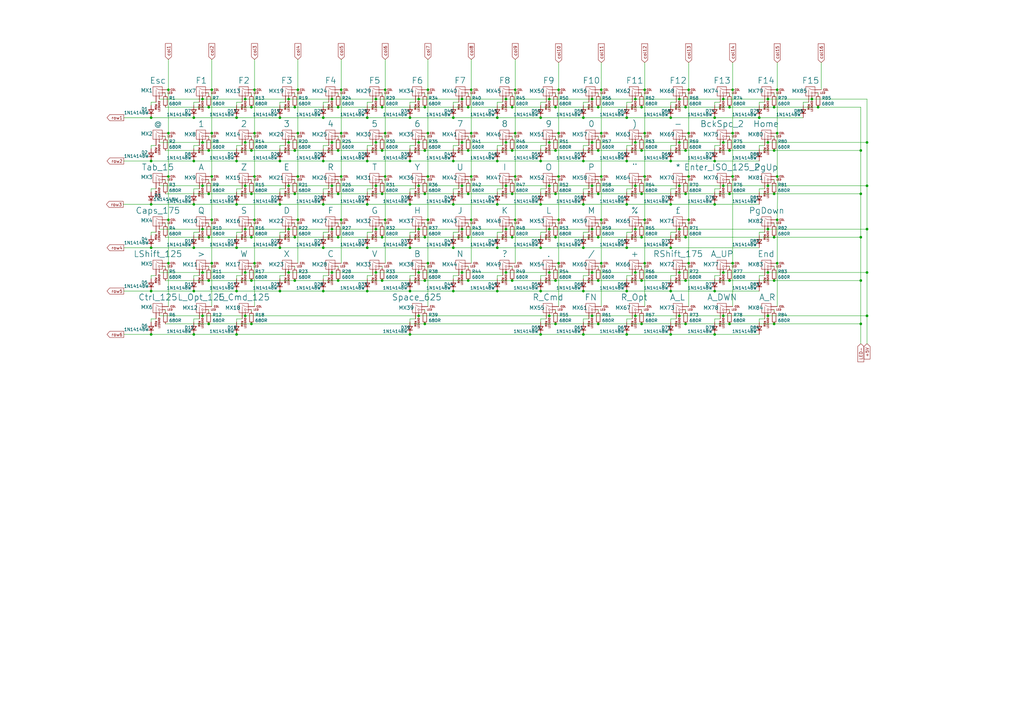
<source format=kicad_sch>
(kicad_sch (version 20211123) (generator eeschema)
  (paper "A3")
  (junction (at 100.584 129.54))
  (junction (at 79.502 48.26))
  (junction (at 192.024 115.062))
  (junction (at 61.976 66.04))
  (junction (at 239.268 66.04))
  (junction (at 314.96 129.54))
  (junction (at 175.514 54.61))
  (junction (at 317.5 97.282))
  (junction (at 221.742 119.38))
  (junction (at 168.148 119.38))
  (junction (at 156.718 61.722))
  (junction (at 185.928 119.38))
  (junction (at 83.058 58.42))
  (junction (at 281.178 61.722))
  (junction (at 318.77 107.95))
  (junction (at 245.364 61.722))
  (junction (at 100.584 93.98))
  (junction (at 227.838 132.842))
  (junction (at 97.028 66.04))
  (junction (at 83.058 93.98))
  (junction (at 227.838 43.942))
  (junction (at 278.638 93.98))
  (junction (at 86.868 107.95))
  (junction (at 278.638 58.42))
  (junction (at 211.328 54.61))
  (junction (at 210.058 115.062))
  (junction (at 174.244 97.282))
  (junction (at 85.598 79.502))
  (junction (at 239.268 119.38))
  (junction (at 150.622 119.38))
  (junction (at 203.962 119.38))
  (junction (at 314.96 93.98))
  (junction (at 122.174 36.83))
  (junction (at 86.868 36.83))
  (junction (at 154.178 58.42))
  (junction (at 299.212 79.502))
  (junction (at 189.484 76.2))
  (junction (at 103.124 97.282))
  (junction (at 239.268 48.26))
  (junction (at 168.148 137.16))
  (junction (at 227.838 115.062))
  (junction (at 296.672 129.54))
  (junction (at 171.704 58.42))
  (junction (at 189.484 40.64))
  (junction (at 211.328 36.83))
  (junction (at 120.904 115.062))
  (junction (at 227.838 97.282))
  (junction (at 257.048 101.6))
  (junction (at 114.808 48.26))
  (junction (at 299.212 115.062))
  (junction (at 193.294 90.17))
  (junction (at 246.634 36.83))
  (junction (at 314.96 76.2))
  (junction (at 171.704 76.2))
  (junction (at 203.962 101.6))
  (junction (at 138.684 43.942))
  (junction (at 150.622 66.04))
  (junction (at 207.518 76.2))
  (junction (at 174.244 79.502))
  (junction (at 260.604 93.98))
  (junction (at 257.048 48.26))
  (junction (at 282.448 107.95))
  (junction (at 104.394 36.83))
  (junction (at 118.364 76.2))
  (junction (at 193.294 72.39))
  (junction (at 229.108 107.95))
  (junction (at 122.174 72.39))
  (junction (at 355.6 111.76))
  (junction (at 61.976 101.6))
  (junction (at 156.718 79.502))
  (junction (at 260.604 111.76))
  (junction (at 210.058 61.722))
  (junction (at 257.048 83.82))
  (junction (at 225.298 111.76))
  (junction (at 227.838 61.722))
  (junction (at 122.174 90.17))
  (junction (at 120.904 43.942))
  (junction (at 275.082 48.26))
  (junction (at 353.06 79.502))
  (junction (at 207.518 93.98))
  (junction (at 221.742 137.16))
  (junction (at 83.058 76.2))
  (junction (at 282.448 72.39))
  (junction (at 263.144 43.942))
  (junction (at 174.244 61.722))
  (junction (at 192.024 43.942))
  (junction (at 281.178 115.062))
  (junction (at 114.808 101.6))
  (junction (at 185.928 66.04))
  (junction (at 317.5 115.062))
  (junction (at 136.144 111.76))
  (junction (at 239.268 83.82))
  (junction (at 156.718 97.282))
  (junction (at 103.124 115.062))
  (junction (at 317.5 132.842))
  (junction (at 245.364 97.282))
  (junction (at 263.144 61.722))
  (junction (at 282.448 90.17))
  (junction (at 317.5 61.722))
  (junction (at 221.742 66.04))
  (junction (at 69.088 90.17))
  (junction (at 278.638 111.76))
  (junction (at 85.598 97.282))
  (junction (at 225.298 76.2))
  (junction (at 97.028 48.26))
  (junction (at 85.598 132.842))
  (junction (at 85.598 61.722))
  (junction (at 332.994 40.64))
  (junction (at 225.298 40.64))
  (junction (at 157.988 36.83))
  (junction (at 150.622 101.6))
  (junction (at 83.058 40.64))
  (junction (at 242.824 129.54))
  (junction (at 229.108 36.83))
  (junction (at 174.244 115.062))
  (junction (at 185.928 48.26))
  (junction (at 264.414 107.95))
  (junction (at 154.178 111.76))
  (junction (at 245.364 115.062))
  (junction (at 61.976 48.26))
  (junction (at 132.588 48.26))
  (junction (at 103.124 132.842))
  (junction (at 103.124 43.942))
  (junction (at 171.704 111.76))
  (junction (at 300.482 54.61))
  (junction (at 293.116 119.38))
  (junction (at 317.5 79.502))
  (junction (at 355.6 58.42))
  (junction (at 139.954 72.39))
  (junction (at 242.824 76.2))
  (junction (at 168.148 101.6))
  (junction (at 245.364 43.942))
  (junction (at 61.976 137.16))
  (junction (at 293.116 83.82))
  (junction (at 299.212 43.942))
  (junction (at 260.604 40.64))
  (junction (at 299.212 132.842))
  (junction (at 203.962 48.26))
  (junction (at 132.588 83.82))
  (junction (at 69.088 54.61))
  (junction (at 225.298 93.98))
  (junction (at 263.144 132.842))
  (junction (at 311.404 48.26))
  (junction (at 156.718 43.942))
  (junction (at 175.514 72.39))
  (junction (at 260.604 129.54))
  (junction (at 175.514 90.17))
  (junction (at 355.6 93.98))
  (junction (at 175.514 107.95))
  (junction (at 138.684 115.062))
  (junction (at 335.534 43.942))
  (junction (at 275.082 119.38))
  (junction (at 353.06 97.282))
  (junction (at 293.116 66.04))
  (junction (at 246.634 107.95))
  (junction (at 114.808 83.82))
  (junction (at 299.212 61.722))
  (junction (at 189.484 93.98))
  (junction (at 69.088 36.83))
  (junction (at 157.988 54.61))
  (junction (at 85.598 43.942))
  (junction (at 207.518 40.64))
  (junction (at 281.178 97.282))
  (junction (at 114.808 119.38))
  (junction (at 221.742 48.26))
  (junction (at 139.954 90.17))
  (junction (at 79.502 83.82))
  (junction (at 264.414 36.83))
  (junction (at 154.178 93.98))
  (junction (at 260.604 58.42))
  (junction (at 192.024 79.502))
  (junction (at 293.116 48.26))
  (junction (at 278.638 129.54))
  (junction (at 100.584 111.76))
  (junction (at 156.718 115.062))
  (junction (at 264.414 90.17))
  (junction (at 150.622 83.82))
  (junction (at 300.482 107.95))
  (junction (at 79.502 66.04))
  (junction (at 246.634 72.39))
  (junction (at 86.868 54.61))
  (junction (at 118.364 111.76))
  (junction (at 221.742 83.82))
  (junction (at 138.684 61.722))
  (junction (at 136.144 40.64))
  (junction (at 263.144 115.062))
  (junction (at 314.96 111.76))
  (junction (at 257.048 66.04))
  (junction (at 257.048 137.16))
  (junction (at 260.604 76.2))
  (junction (at 229.108 90.17))
  (junction (at 79.502 119.38))
  (junction (at 211.328 72.39))
  (junction (at 118.364 93.98))
  (junction (at 318.77 54.61))
  (junction (at 104.394 54.61))
  (junction (at 97.028 101.6))
  (junction (at 296.672 111.76))
  (junction (at 61.976 119.38))
  (junction (at 278.638 40.64))
  (junction (at 132.588 101.6))
  (junction (at 97.028 119.38))
  (junction (at 136.144 58.42))
  (junction (at 353.06 61.722))
  (junction (at 120.904 79.502))
  (junction (at 100.584 40.64))
  (junction (at 246.634 54.61))
  (junction (at 207.518 111.76))
  (junction (at 104.394 90.17))
  (junction (at 314.96 40.64))
  (junction (at 242.824 93.98))
  (junction (at 104.394 72.39))
  (junction (at 318.77 90.17))
  (junction (at 100.584 76.2))
  (junction (at 168.148 66.04))
  (junction (at 221.742 101.6))
  (junction (at 132.588 66.04))
  (junction (at 318.77 36.83))
  (junction (at 114.808 66.04))
  (junction (at 122.174 54.61))
  (junction (at 355.6 129.54))
  (junction (at 353.06 115.062))
  (junction (at 79.502 137.16))
  (junction (at 318.77 72.39))
  (junction (at 83.058 111.76))
  (junction (at 69.088 107.95))
  (junction (at 136.144 93.98))
  (junction (at 227.838 79.502))
  (junction (at 61.976 83.82))
  (junction (at 69.088 72.39))
  (junction (at 138.684 97.282))
  (junction (at 245.364 132.842))
  (junction (at 239.268 101.6))
  (junction (at 132.588 119.38))
  (junction (at 242.824 111.76))
  (junction (at 296.672 58.42))
  (junction (at 83.058 129.54))
  (junction (at 239.268 137.16))
  (junction (at 211.328 90.17))
  (junction (at 275.082 83.82))
  (junction (at 168.148 83.82))
  (junction (at 100.584 58.42))
  (junction (at 207.518 58.42))
  (junction (at 242.824 40.64))
  (junction (at 171.704 129.54))
  (junction (at 175.514 36.83))
  (junction (at 103.124 79.502))
  (junction (at 118.364 40.64))
  (junction (at 263.144 97.282))
  (junction (at 242.824 58.42))
  (junction (at 104.394 107.95))
  (junction (at 154.178 40.64))
  (junction (at 281.178 43.942))
  (junction (at 300.482 72.39))
  (junction (at 229.108 54.61))
  (junction (at 264.414 54.61))
  (junction (at 314.96 58.42))
  (junction (at 275.082 101.6))
  (junction (at 282.448 36.83))
  (junction (at 300.482 36.83))
  (junction (at 174.244 43.942))
  (junction (at 296.672 76.2))
  (junction (at 225.298 129.54))
  (junction (at 257.048 119.38))
  (junction (at 185.928 101.6))
  (junction (at 193.294 36.83))
  (junction (at 203.962 66.04))
  (junction (at 245.364 79.502))
  (junction (at 264.414 72.39))
  (junction (at 174.244 132.842))
  (junction (at 193.294 54.61))
  (junction (at 118.364 58.42))
  (junction (at 171.704 40.64))
  (junction (at 103.124 61.722))
  (junction (at 210.058 79.502))
  (junction (at 296.672 40.64))
  (junction (at 278.638 76.2))
  (junction (at 203.962 83.82))
  (junction (at 157.988 90.17))
  (junction (at 185.928 83.82))
  (junction (at 171.704 93.98))
  (junction (at 168.148 48.26))
  (junction (at 120.904 97.282))
  (junction (at 189.484 111.76))
  (junction (at 136.144 76.2))
  (junction (at 275.082 137.16))
  (junction (at 157.988 72.39))
  (junction (at 281.178 79.502))
  (junction (at 282.448 54.61))
  (junction (at 355.6 76.2))
  (junction (at 353.06 132.842))
  (junction (at 317.5 43.942))
  (junction (at 192.024 97.282))
  (junction (at 192.024 61.722))
  (junction (at 86.868 72.39))
  (junction (at 139.954 54.61))
  (junction (at 154.178 76.2))
  (junction (at 189.484 58.42))
  (junction (at 86.868 90.17))
  (junction (at 263.144 79.502))
  (junction (at 293.116 137.16))
  (junction (at 210.058 97.282))
  (junction (at 229.108 72.39))
  (junction (at 85.598 115.062))
  (junction (at 225.298 58.42))
  (junction (at 150.622 48.26))
  (junction (at 97.028 137.16))
  (junction (at 275.082 66.04))
  (junction (at 139.954 36.83))
  (junction (at 79.502 101.6))
  (junction (at 210.058 43.942))
  (junction (at 281.178 132.842))
  (junction (at 138.684 79.502))
  (junction (at 246.634 90.17))
  (junction (at 120.904 61.722))
  (junction (at 97.028 83.82))
  (wire (pts (xy 192.024 55.88) (xy 192.024 56.642)))
  (wire (pts (xy 150.622 119.38) (xy 168.148 119.38)))
  (wire (pts (xy 122.174 72.39) (xy 122.174 90.17)))
  (wire (pts (xy 139.954 36.83) (xy 139.954 54.61)))
  (wire (pts (xy 104.394 36.83) (xy 104.394 54.61)))
  (wire (pts (xy 132.588 101.6) (xy 150.622 101.6)))
  (wire (pts (xy 97.028 101.6) (xy 114.808 101.6)))
  (wire (pts (xy 264.414 54.61) (xy 264.414 72.39)))
  (wire (pts (xy 114.808 77.47) (xy 114.808 78.74)))
  (wire (pts (xy 138.684 115.062) (xy 156.718 115.062)))
  (wire (pts (xy 239.268 113.03) (xy 239.268 114.3)))
  (wire (pts (xy 224.028 113.03) (xy 221.742 113.03)))
  (wire (pts (xy 221.742 77.47) (xy 221.742 78.74)))
  (wire (pts (xy 281.178 73.66) (xy 281.178 74.422)))
  (wire (pts (xy 156.718 61.722) (xy 174.244 61.722)))
  (wire (pts (xy 211.328 72.39) (xy 211.328 90.17)))
  (wire (pts (xy 65.278 58.42) (xy 83.058 58.42)))
  (wire (pts (xy 314.96 76.2) (xy 355.6 76.2)))
  (wire (pts (xy 263.144 132.842) (xy 281.178 132.842)))
  (wire (pts (xy 156.718 73.66) (xy 156.718 74.422)))
  (wire (pts (xy 221.742 119.38) (xy 239.268 119.38)))
  (wire (pts (xy 300.482 54.61) (xy 300.482 72.39)))
  (wire (pts (xy 221.742 59.69) (xy 221.742 60.96)))
  (wire (pts (xy 293.116 119.38) (xy 311.404 119.38)))
  (wire (pts (xy 138.684 55.88) (xy 138.684 56.642)))
  (wire (pts (xy 100.584 40.64) (xy 118.364 40.64)))
  (wire (pts (xy 168.148 130.81) (xy 168.148 132.08)))
  (wire (pts (xy 278.638 76.2) (xy 296.672 76.2)))
  (wire (pts (xy 175.514 54.61) (xy 175.514 72.39)))
  (wire (pts (xy 281.178 61.722) (xy 299.212 61.722)))
  (wire (pts (xy 277.368 41.91) (xy 275.082 41.91)))
  (wire (pts (xy 120.904 79.502) (xy 138.684 79.502)))
  (wire (pts (xy 85.598 127) (xy 85.598 127.762)))
  (wire (pts (xy 210.058 91.44) (xy 210.058 92.202)))
  (wire (pts (xy 152.908 59.69) (xy 150.622 59.69)))
  (wire (pts (xy 206.248 95.25) (xy 203.962 95.25)))
  (wire (pts (xy 278.638 111.76) (xy 296.672 111.76)))
  (wire (pts (xy 203.962 119.38) (xy 221.742 119.38)))
  (wire (pts (xy 275.082 137.16) (xy 293.116 137.16)))
  (wire (pts (xy 221.742 66.04) (xy 239.268 66.04)))
  (wire (pts (xy 168.148 113.03) (xy 168.148 114.3)))
  (wire (pts (xy 103.124 127) (xy 103.124 127.762)))
  (wire (pts (xy 174.244 127) (xy 174.244 127.762)))
  (wire (pts (xy 61.976 41.91) (xy 61.976 43.18)))
  (wire (pts (xy 85.598 73.66) (xy 85.598 74.422)))
  (wire (pts (xy 150.622 77.47) (xy 150.622 78.74)))
  (wire (pts (xy 65.278 76.2) (xy 83.058 76.2)))
  (wire (pts (xy 67.818 55.88) (xy 67.818 56.642)))
  (wire (pts (xy 257.048 41.91) (xy 257.048 43.18)))
  (wire (pts (xy 64.008 59.69) (xy 61.976 59.69)))
  (wire (pts (xy 224.028 95.25) (xy 221.742 95.25)))
  (wire (pts (xy 188.214 95.25) (xy 185.928 95.25)))
  (wire (pts (xy 61.976 66.04) (xy 79.502 66.04)))
  (wire (pts (xy 257.048 113.03) (xy 257.048 114.3)))
  (wire (pts (xy 293.116 41.91) (xy 293.116 43.18)))
  (wire (pts (xy 295.402 77.47) (xy 293.116 77.47)))
  (wire (pts (xy 263.144 91.44) (xy 263.144 92.202)))
  (wire (pts (xy 103.124 109.22) (xy 103.124 109.982)))
  (wire (pts (xy 246.634 36.83) (xy 246.634 54.61)))
  (wire (pts (xy 210.058 97.282) (xy 227.838 97.282)))
  (wire (pts (xy 257.048 101.6) (xy 275.082 101.6)))
  (wire (pts (xy 150.622 41.91) (xy 150.622 43.18)))
  (wire (pts (xy 260.604 93.98) (xy 278.638 93.98)))
  (wire (pts (xy 210.058 61.722) (xy 227.838 61.722)))
  (wire (pts (xy 281.178 91.44) (xy 281.178 92.202)))
  (wire (pts (xy 171.704 129.54) (xy 225.298 129.54)))
  (wire (pts (xy 241.554 59.69) (xy 239.268 59.69)))
  (wire (pts (xy 264.414 25.654) (xy 264.414 36.83)))
  (wire (pts (xy 67.818 132.842) (xy 85.598 132.842)))
  (wire (pts (xy 104.394 72.39) (xy 104.394 90.17)))
  (wire (pts (xy 259.334 95.25) (xy 257.048 95.25)))
  (wire (pts (xy 239.268 48.26) (xy 257.048 48.26)))
  (wire (pts (xy 242.824 58.42) (xy 260.604 58.42)))
  (wire (pts (xy 156.718 79.502) (xy 174.244 79.502)))
  (wire (pts (xy 227.838 91.44) (xy 227.838 92.202)))
  (wire (pts (xy 185.928 95.25) (xy 185.928 96.52)))
  (wire (pts (xy 224.028 77.47) (xy 221.742 77.47)))
  (wire (pts (xy 313.69 77.47) (xy 311.404 77.47)))
  (wire (pts (xy 61.976 59.69) (xy 61.976 60.96)))
  (wire (pts (xy 300.482 25.654) (xy 300.482 36.83)))
  (wire (pts (xy 132.588 113.03) (xy 132.588 114.3)))
  (wire (pts (xy 221.742 95.25) (xy 221.742 96.52)))
  (wire (pts (xy 293.116 113.03) (xy 293.116 114.3)))
  (wire (pts (xy 139.954 54.61) (xy 139.954 72.39)))
  (wire (pts (xy 85.598 79.502) (xy 103.124 79.502)))
  (wire (pts (xy 317.5 115.062) (xy 353.06 115.062)))
  (wire (pts (xy 335.534 38.1) (xy 335.534 38.862)))
  (wire (pts (xy 227.838 132.842) (xy 245.364 132.842)))
  (wire (pts (xy 79.502 83.82) (xy 97.028 83.82)))
  (wire (pts (xy 207.518 93.98) (xy 225.298 93.98)))
  (wire (pts (xy 83.058 40.64) (xy 100.584 40.64)))
  (wire (pts (xy 263.144 73.66) (xy 263.144 74.422)))
  (wire (pts (xy 157.988 72.39) (xy 157.988 90.17)))
  (wire (pts (xy 299.212 127) (xy 299.212 127.762)))
  (wire (pts (xy 67.818 115.062) (xy 85.598 115.062)))
  (wire (pts (xy 227.838 61.722) (xy 245.364 61.722)))
  (wire (pts (xy 185.928 113.03) (xy 185.928 114.3)))
  (wire (pts (xy 245.364 127) (xy 245.364 127.762)))
  (wire (pts (xy 132.588 41.91) (xy 132.588 43.18)))
  (wire (pts (xy 150.622 113.03) (xy 150.622 114.3)))
  (wire (pts (xy 229.108 25.654) (xy 229.108 36.83)))
  (wire (pts (xy 299.212 109.22) (xy 299.212 109.982)))
  (wire (pts (xy 156.718 91.44) (xy 156.718 92.202)))
  (wire (pts (xy 260.604 76.2) (xy 278.638 76.2)))
  (wire (pts (xy 69.088 107.95) (xy 69.088 125.73)))
  (wire (pts (xy 210.058 43.942) (xy 227.838 43.942)))
  (wire (pts (xy 86.868 54.61) (xy 86.868 72.39)))
  (wire (pts (xy 241.554 41.91) (xy 239.268 41.91)))
  (wire (pts (xy 317.5 109.22) (xy 317.5 109.982)))
  (wire (pts (xy 281.178 127) (xy 281.178 127.762)))
  (wire (pts (xy 50.546 83.82) (xy 61.976 83.82)))
  (wire (pts (xy 171.704 40.64) (xy 189.484 40.64)))
  (wire (pts (xy 295.402 59.69) (xy 293.116 59.69)))
  (wire (pts (xy 118.364 111.76) (xy 136.144 111.76)))
  (wire (pts (xy 259.334 59.69) (xy 257.048 59.69)))
  (wire (pts (xy 132.588 66.04) (xy 150.622 66.04)))
  (wire (pts (xy 185.928 59.69) (xy 185.928 60.96)))
  (wire (pts (xy 192.024 79.502) (xy 210.058 79.502)))
  (wire (pts (xy 203.962 66.04) (xy 221.742 66.04)))
  (wire (pts (xy 193.294 24.384) (xy 193.294 36.83)))
  (wire (pts (xy 293.116 77.47) (xy 293.116 78.74)))
  (wire (pts (xy 293.116 137.16) (xy 311.404 137.16)))
  (wire (pts (xy 118.364 93.98) (xy 136.144 93.98)))
  (wire (pts (xy 296.672 129.54) (xy 314.96 129.54)))
  (wire (pts (xy 293.116 66.04) (xy 311.404 66.04)))
  (wire (pts (xy 277.368 113.03) (xy 275.082 113.03)))
  (wire (pts (xy 103.124 38.1) (xy 103.124 38.862)))
  (wire (pts (xy 277.368 95.25) (xy 275.082 95.25)))
  (wire (pts (xy 192.024 97.282) (xy 210.058 97.282)))
  (wire (pts (xy 257.048 95.25) (xy 257.048 96.52)))
  (wire (pts (xy 311.404 77.47) (xy 311.404 78.74)))
  (wire (pts (xy 211.328 24.384) (xy 211.328 36.83)))
  (wire (pts (xy 188.214 41.91) (xy 185.928 41.91)))
  (wire (pts (xy 277.368 130.81) (xy 275.082 130.81)))
  (wire (pts (xy 150.622 59.69) (xy 150.622 60.96)))
  (wire (pts (xy 193.294 36.83) (xy 193.294 54.61)))
  (wire (pts (xy 293.116 83.82) (xy 311.404 83.82)))
  (wire (pts (xy 246.634 90.17) (xy 246.634 107.95)))
  (wire (pts (xy 174.244 61.722) (xy 192.024 61.722)))
  (wire (pts (xy 278.638 93.98) (xy 314.96 93.98)))
  (wire (pts (xy 50.8 48.26) (xy 61.976 48.26)))
  (wire (pts (xy 86.868 24.384) (xy 86.868 36.83)))
  (wire (pts (xy 317.5 127) (xy 317.5 127.762)))
  (wire (pts (xy 139.954 90.17) (xy 139.954 107.95)))
  (wire (pts (xy 317.5 38.1) (xy 317.5 38.862)))
  (wire (pts (xy 138.684 79.502) (xy 156.718 79.502)))
  (wire (pts (xy 299.212 132.842) (xy 317.5 132.842)))
  (wire (pts (xy 85.598 115.062) (xy 103.124 115.062)))
  (wire (pts (xy 174.244 91.44) (xy 174.244 92.202)))
  (wire (pts (xy 136.144 58.42) (xy 154.178 58.42)))
  (wire (pts (xy 189.484 40.64) (xy 207.518 40.64)))
  (wire (pts (xy 103.124 115.062) (xy 120.904 115.062)))
  (wire (pts (xy 245.364 109.22) (xy 245.364 109.982)))
  (wire (pts (xy 319.024 72.39) (xy 318.77 72.39)))
  (wire (pts (xy 134.874 41.91) (xy 132.588 41.91)))
  (wire (pts (xy 156.718 109.22) (xy 156.718 109.982)))
  (wire (pts (xy 299.212 79.502) (xy 317.5 79.502)))
  (wire (pts (xy 170.434 77.47) (xy 168.148 77.47)))
  (wire (pts (xy 136.144 111.76) (xy 154.178 111.76)))
  (wire (pts (xy 281.178 38.1) (xy 281.178 38.862)))
  (wire (pts (xy 299.212 43.942) (xy 317.5 43.942)))
  (wire (pts (xy 314.96 111.76) (xy 355.6 111.76)))
  (wire (pts (xy 168.148 83.82) (xy 185.928 83.82)))
  (wire (pts (xy 277.368 59.69) (xy 275.082 59.69)))
  (wire (pts (xy 114.808 101.6) (xy 132.588 101.6)))
  (wire (pts (xy 281.178 132.842) (xy 299.212 132.842)))
  (wire (pts (xy 313.69 41.91) (xy 311.404 41.91)))
  (wire (pts (xy 355.6 40.64) (xy 355.6 58.42)))
  (wire (pts (xy 65.278 129.54) (xy 83.058 129.54)))
  (wire (pts (xy 170.434 41.91) (xy 168.148 41.91)))
  (wire (pts (xy 171.704 111.76) (xy 189.484 111.76)))
  (wire (pts (xy 257.048 83.82) (xy 275.082 83.82)))
  (wire (pts (xy 242.824 76.2) (xy 260.604 76.2)))
  (wire (pts (xy 192.024 73.66) (xy 192.024 74.422)))
  (wire (pts (xy 138.684 73.66) (xy 138.684 74.422)))
  (wire (pts (xy 69.088 90.17) (xy 69.088 107.95)))
  (wire (pts (xy 114.808 113.03) (xy 114.808 114.3)))
  (wire (pts (xy 203.962 41.91) (xy 203.962 43.18)))
  (wire (pts (xy 79.502 119.38) (xy 97.028 119.38)))
  (wire (pts (xy 263.144 43.942) (xy 281.178 43.942)))
  (wire (pts (xy 295.402 130.81) (xy 293.116 130.81)))
  (wire (pts (xy 134.874 59.69) (xy 132.588 59.69)))
  (wire (pts (xy 117.094 59.69) (xy 114.808 59.69)))
  (wire (pts (xy 207.518 40.64) (xy 225.298 40.64)))
  (wire (pts (xy 281.178 79.502) (xy 299.212 79.502)))
  (wire (pts (xy 260.604 129.54) (xy 278.638 129.54)))
  (wire (pts (xy 314.96 93.98) (xy 355.6 93.98)))
  (wire (pts (xy 241.554 113.03) (xy 239.268 113.03)))
  (wire (pts (xy 210.058 109.22) (xy 210.058 109.982)))
  (wire (pts (xy 221.742 137.16) (xy 239.268 137.16)))
  (wire (pts (xy 259.334 41.91) (xy 257.048 41.91)))
  (wire (pts (xy 192.024 115.062) (xy 210.058 115.062)))
  (wire (pts (xy 211.328 90.17) (xy 211.328 107.95)))
  (wire (pts (xy 311.404 95.25) (xy 311.404 96.52)))
  (wire (pts (xy 275.082 130.81) (xy 275.082 132.08)))
  (wire (pts (xy 122.174 54.61) (xy 122.174 72.39)))
  (wire (pts (xy 122.174 24.384) (xy 122.174 36.83)))
  (wire (pts (xy 134.874 113.03) (xy 132.588 113.03)))
  (wire (pts (xy 132.588 59.69) (xy 132.588 60.96)))
  (wire (pts (xy 61.976 119.38) (xy 79.502 119.38)))
  (wire (pts (xy 81.788 59.69) (xy 79.502 59.69)))
  (wire (pts (xy 185.928 66.04) (xy 203.962 66.04)))
  (wire (pts (xy 67.818 97.282) (xy 85.598 97.282)))
  (wire (pts (xy 203.962 83.82) (xy 221.742 83.82)))
  (wire (pts (xy 275.082 77.47) (xy 275.082 78.74)))
  (wire (pts (xy 132.588 83.82) (xy 150.622 83.82)))
  (wire (pts (xy 103.124 79.502) (xy 120.904 79.502)))
  (wire (pts (xy 79.502 77.47) (xy 79.502 78.74)))
  (wire (pts (xy 120.904 55.88) (xy 120.904 56.642)))
  (wire (pts (xy 104.394 90.17) (xy 104.394 107.95)))
  (wire (pts (xy 299.212 55.88) (xy 299.212 56.642)))
  (wire (pts (xy 318.77 25.654) (xy 318.77 36.83)))
  (wire (pts (xy 152.908 95.25) (xy 150.622 95.25)))
  (wire (pts (xy 260.604 111.76) (xy 278.638 111.76)))
  (wire (pts (xy 150.622 95.25) (xy 150.622 96.52)))
  (wire (pts (xy 229.108 54.61) (xy 229.108 72.39)))
  (wire (pts (xy 257.048 48.26) (xy 275.082 48.26)))
  (wire (pts (xy 67.818 38.1) (xy 67.818 38.862)))
  (wire (pts (xy 185.928 48.26) (xy 203.962 48.26)))
  (wire (pts (xy 67.818 73.66) (xy 67.818 74.422)))
  (wire (pts (xy 229.108 72.39) (xy 229.108 90.17)))
  (wire (pts (xy 132.588 119.38) (xy 150.622 119.38)))
  (wire (pts (xy 65.278 111.76) (xy 83.058 111.76)))
  (wire (pts (xy 275.082 66.04) (xy 293.116 66.04)))
  (wire (pts (xy 281.178 55.88) (xy 281.178 56.642)))
  (wire (pts (xy 353.06 97.282) (xy 353.06 115.062)))
  (wire (pts (xy 239.268 77.47) (xy 239.268 78.74)))
  (wire (pts (xy 154.178 40.64) (xy 171.704 40.64)))
  (wire (pts (xy 210.058 38.1) (xy 210.058 38.862)))
  (wire (pts (xy 206.248 41.91) (xy 203.962 41.91)))
  (wire (pts (xy 174.244 79.502) (xy 192.024 79.502)))
  (wire (pts (xy 61.976 95.25) (xy 61.976 96.52)))
  (wire (pts (xy 313.69 130.81) (xy 311.404 130.81)))
  (wire (pts (xy 193.294 90.17) (xy 193.294 107.95)))
  (wire (pts (xy 134.874 95.25) (xy 132.588 95.25)))
  (wire (pts (xy 278.638 40.64) (xy 296.672 40.64)))
  (wire (pts (xy 81.788 77.47) (xy 79.502 77.47)))
  (wire (pts (xy 170.434 59.69) (xy 168.148 59.69)))
  (wire (pts (xy 103.124 55.88) (xy 103.124 56.642)))
  (wire (pts (xy 79.502 95.25) (xy 79.502 96.52)))
  (wire (pts (xy 227.838 73.66) (xy 227.838 74.422)))
  (wire (pts (xy 264.414 72.39) (xy 264.414 90.17)))
  (wire (pts (xy 185.928 77.47) (xy 185.928 78.74)))
  (wire (pts (xy 313.69 113.03) (xy 311.404 113.03)))
  (wire (pts (xy 275.082 113.03) (xy 275.082 114.3)))
  (wire (pts (xy 185.928 83.82) (xy 203.962 83.82)))
  (wire (pts (xy 278.638 58.42) (xy 296.672 58.42)))
  (wire (pts (xy 157.988 54.61) (xy 157.988 72.39)))
  (wire (pts (xy 281.178 109.22) (xy 281.178 109.982)))
  (wire (pts (xy 168.148 41.91) (xy 168.148 43.18)))
  (wire (pts (xy 175.514 24.384) (xy 175.514 36.83)))
  (wire (pts (xy 246.634 72.39) (xy 246.634 90.17)))
  (wire (pts (xy 193.294 72.39) (xy 193.294 90.17)))
  (wire (pts (xy 295.402 41.91) (xy 293.116 41.91)))
  (wire (pts (xy 353.06 79.502) (xy 353.06 97.282)))
  (wire (pts (xy 282.448 107.95) (xy 282.448 125.73)))
  (wire (pts (xy 79.502 113.03) (xy 79.502 114.3)))
  (wire (pts (xy 174.244 132.842) (xy 227.838 132.842)))
  (wire (pts (xy 61.976 48.26) (xy 79.502 48.26)))
  (wire (pts (xy 355.6 111.76) (xy 355.6 129.54)))
  (wire (pts (xy 97.028 130.81) (xy 97.028 132.08)))
  (wire (pts (xy 246.634 107.95) (xy 246.634 125.73)))
  (wire (pts (xy 132.588 95.25) (xy 132.588 96.52)))
  (wire (pts (xy 175.514 90.17) (xy 175.514 107.95)))
  (wire (pts (xy 227.838 38.1) (xy 227.838 38.862)))
  (wire (pts (xy 189.484 93.98) (xy 207.518 93.98)))
  (wire (pts (xy 245.364 43.942) (xy 263.144 43.942)))
  (wire (pts (xy 229.108 36.83) (xy 229.108 54.61)))
  (wire (pts (xy 139.954 72.39) (xy 139.954 90.17)))
  (wire (pts (xy 245.364 38.1) (xy 245.364 38.862)))
  (wire (pts (xy 171.704 93.98) (xy 189.484 93.98)))
  (wire (pts (xy 245.364 91.44) (xy 245.364 92.202)))
  (wire (pts (xy 132.588 77.47) (xy 132.588 78.74)))
  (wire (pts (xy 185.928 119.38) (xy 203.962 119.38)))
  (wire (pts (xy 157.988 90.17) (xy 157.988 107.95)))
  (wire (pts (xy 355.6 93.98) (xy 355.6 111.76)))
  (wire (pts (xy 259.334 130.81) (xy 257.048 130.81)))
  (wire (pts (xy 61.976 113.03) (xy 61.976 114.3)))
  (wire (pts (xy 282.448 36.83) (xy 282.448 54.61)))
  (wire (pts (xy 168.148 59.69) (xy 168.148 60.96)))
  (wire (pts (xy 189.484 111.76) (xy 207.518 111.76)))
  (wire (pts (xy 85.598 109.22) (xy 85.598 109.982)))
  (wire (pts (xy 120.904 115.062) (xy 138.684 115.062)))
  (wire (pts (xy 207.518 111.76) (xy 225.298 111.76)))
  (wire (pts (xy 311.404 59.69) (xy 311.404 60.96)))
  (wire (pts (xy 207.518 76.2) (xy 225.298 76.2)))
  (wire (pts (xy 103.124 132.842) (xy 174.244 132.842)))
  (wire (pts (xy 275.082 41.91) (xy 275.082 43.18)))
  (wire (pts (xy 168.148 119.38) (xy 185.928 119.38)))
  (wire (pts (xy 79.502 59.69) (xy 79.502 60.96)))
  (wire (pts (xy 100.584 58.42) (xy 118.364 58.42)))
  (wire (pts (xy 174.244 43.942) (xy 192.024 43.942)))
  (wire (pts (xy 67.818 61.722) (xy 85.598 61.722)))
  (wire (pts (xy 64.008 77.47) (xy 61.976 77.47)))
  (wire (pts (xy 332.994 40.64) (xy 355.6 40.64)))
  (wire (pts (xy 67.818 43.942) (xy 85.598 43.942)))
  (wire (pts (xy 170.434 113.03) (xy 168.148 113.03)))
  (wire (pts (xy 203.962 95.25) (xy 203.962 96.52)))
  (wire (pts (xy 318.77 90.17) (xy 318.77 107.95)))
  (wire (pts (xy 242.824 129.54) (xy 260.604 129.54)))
  (wire (pts (xy 103.124 73.66) (xy 103.124 74.422)))
  (wire (pts (xy 104.394 107.95) (xy 104.394 125.73)))
  (wire (pts (xy 221.742 130.81) (xy 221.742 132.08)))
  (wire (pts (xy 353.06 115.062) (xy 353.06 132.842)))
  (wire (pts (xy 67.818 109.22) (xy 67.818 109.982)))
  (wire (pts (xy 156.718 55.88) (xy 156.718 56.642)))
  (wire (pts (xy 83.058 93.98) (xy 100.584 93.98)))
  (wire (pts (xy 221.742 48.26) (xy 239.268 48.26)))
  (wire (pts (xy 317.5 73.66) (xy 317.5 74.422)))
  (wire (pts (xy 275.082 119.38) (xy 293.116 119.38)))
  (wire (pts (xy 157.988 24.384) (xy 157.988 36.83)))
  (wire (pts (xy 117.094 113.03) (xy 114.808 113.03)))
  (wire (pts (xy 314.96 129.54) (xy 355.6 129.54)))
  (wire (pts (xy 175.514 36.83) (xy 175.514 54.61)))
  (wire (pts (xy 79.502 137.16) (xy 97.028 137.16)))
  (wire (pts (xy 260.604 40.64) (xy 278.638 40.64)))
  (wire (pts (xy 206.248 59.69) (xy 203.962 59.69)))
  (wire (pts (xy 264.414 107.95) (xy 264.414 125.73)))
  (wire (pts (xy 319.024 72.39) (xy 318.77 90.17)))
  (wire (pts (xy 207.518 58.42) (xy 225.298 58.42)))
  (wire (pts (xy 192.024 38.1) (xy 192.024 38.862)))
  (wire (pts (xy 64.008 95.25) (xy 61.976 95.25)))
  (wire (pts (xy 210.058 73.66) (xy 210.058 74.422)))
  (wire (pts (xy 139.954 24.384) (xy 139.954 36.83)))
  (wire (pts (xy 224.028 130.81) (xy 221.742 130.81)))
  (wire (pts (xy 156.718 115.062) (xy 174.244 115.062)))
  (wire (pts (xy 61.976 77.47) (xy 61.976 78.74)))
  (wire (pts (xy 239.268 119.38) (xy 257.048 119.38)))
  (wire (pts (xy 264.414 36.83) (xy 264.414 54.61)))
  (wire (pts (xy 85.598 97.282) (xy 103.124 97.282)))
  (wire (pts (xy 171.704 58.42) (xy 189.484 58.42)))
  (wire (pts (xy 114.808 66.04) (xy 132.588 66.04)))
  (wire (pts (xy 97.028 59.69) (xy 97.028 60.96)))
  (wire (pts (xy 79.502 66.04) (xy 97.028 66.04)))
  (wire (pts (xy 311.404 130.81) (xy 311.404 132.08)))
  (wire (pts (xy 154.178 111.76) (xy 171.704 111.76)))
  (wire (pts (xy 120.904 109.22) (xy 120.904 109.982)))
  (wire (pts (xy 257.048 77.47) (xy 257.048 78.74)))
  (wire (pts (xy 224.028 59.69) (xy 221.742 59.69)))
  (wire (pts (xy 192.024 43.942) (xy 210.058 43.942)))
  (wire (pts (xy 114.808 83.82) (xy 132.588 83.82)))
  (wire (pts (xy 174.244 115.062) (xy 192.024 115.062)))
  (wire (pts (xy 355.6 58.42) (xy 355.6 76.2)))
  (wire (pts (xy 81.788 41.91) (xy 79.502 41.91)))
  (wire (pts (xy 61.976 101.6) (xy 79.502 101.6)))
  (wire (pts (xy 69.088 54.61) (xy 69.088 72.39)))
  (wire (pts (xy 281.178 97.282) (xy 317.5 97.282)))
  (wire (pts (xy 188.214 113.03) (xy 185.928 113.03)))
  (wire (pts (xy 206.248 113.03) (xy 203.962 113.03)))
  (wire (pts (xy 85.598 91.44) (xy 85.598 92.202)))
  (wire (pts (xy 299.212 73.66) (xy 299.212 74.422)))
  (wire (pts (xy 83.058 129.54) (xy 100.584 129.54)))
  (wire (pts (xy 170.434 130.81) (xy 168.148 130.81)))
  (wire (pts (xy 150.622 101.6) (xy 168.148 101.6)))
  (wire (pts (xy 122.174 36.83) (xy 122.174 54.61)))
  (wire (pts (xy 188.214 59.69) (xy 185.928 59.69)))
  (wire (pts (xy 103.124 43.942) (xy 120.904 43.942)))
  (wire (pts (xy 246.634 54.61) (xy 246.634 72.39)))
  (wire (pts (xy 225.298 40.64) (xy 242.824 40.64)))
  (wire (pts (xy 263.144 79.502) (xy 281.178 79.502)))
  (wire (pts (xy 210.058 79.502) (xy 227.838 79.502)))
  (wire (pts (xy 64.008 130.81) (xy 61.976 130.81)))
  (wire (pts (xy 229.108 90.17) (xy 229.108 107.95)))
  (wire (pts (xy 85.598 55.88) (xy 85.598 56.642)))
  (wire (pts (xy 193.294 54.61) (xy 193.294 72.39)))
  (wire (pts (xy 278.638 129.54) (xy 296.672 129.54)))
  (wire (pts (xy 281.178 115.062) (xy 299.212 115.062)))
  (wire (pts (xy 132.588 48.26) (xy 150.622 48.26)))
  (wire (pts (xy 314.96 58.42) (xy 355.6 58.42)))
  (wire (pts (xy 61.976 83.82) (xy 79.502 83.82)))
  (wire (pts (xy 118.364 76.2) (xy 136.144 76.2)))
  (wire (pts (xy 138.684 91.44) (xy 138.684 92.202)))
  (wire (pts (xy 311.404 113.03) (xy 311.404 114.3)))
  (wire (pts (xy 171.704 76.2) (xy 189.484 76.2)))
  (wire (pts (xy 245.364 73.66) (xy 245.364 74.422)))
  (wire (pts (xy 257.048 66.04) (xy 275.082 66.04)))
  (wire (pts (xy 122.174 90.17) (xy 122.174 107.95)))
  (wire (pts (xy 318.77 107.95) (xy 318.77 125.73)))
  (wire (pts (xy 313.69 95.25) (xy 311.404 95.25)))
  (wire (pts (xy 296.672 76.2) (xy 314.96 76.2)))
  (wire (pts (xy 329.438 41.91) (xy 329.438 43.18)))
  (wire (pts (xy 355.6 129.54) (xy 355.6 140.97)))
  (wire (pts (xy 152.908 113.03) (xy 150.622 113.03)))
  (wire (pts (xy 317.5 55.88) (xy 317.5 56.642)))
  (wire (pts (xy 86.868 36.83) (xy 86.868 54.61)))
  (wire (pts (xy 150.622 66.04) (xy 168.148 66.04)))
  (wire (pts (xy 221.742 83.82) (xy 239.268 83.82)))
  (wire (pts (xy 281.178 43.942) (xy 299.212 43.942)))
  (wire (pts (xy 210.058 115.062) (xy 227.838 115.062)))
  (wire (pts (xy 150.622 48.26) (xy 168.148 48.26)))
  (wire (pts (xy 79.502 130.81) (xy 79.502 132.08)))
  (wire (pts (xy 275.082 48.26) (xy 293.116 48.26)))
  (wire (pts (xy 203.962 113.03) (xy 203.962 114.3)))
  (wire (pts (xy 138.684 43.942) (xy 156.718 43.942)))
  (wire (pts (xy 227.838 109.22) (xy 227.838 109.982)))
  (wire (pts (xy 293.116 48.26) (xy 311.404 48.26)))
  (wire (pts (xy 114.808 48.26) (xy 132.588 48.26)))
  (wire (pts (xy 156.718 38.1) (xy 156.718 38.862)))
  (wire (pts (xy 241.554 77.47) (xy 239.268 77.47)))
  (wire (pts (xy 192.024 91.44) (xy 192.024 92.202)))
  (wire (pts (xy 225.298 58.42) (xy 242.824 58.42)))
  (wire (pts (xy 275.082 101.6) (xy 311.404 101.6)))
  (wire (pts (xy 85.598 132.842) (xy 103.124 132.842)))
  (wire (pts (xy 299.212 38.1) (xy 299.212 38.862)))
  (wire (pts (xy 296.672 58.42) (xy 314.96 58.42)))
  (wire (pts (xy 136.144 40.64) (xy 154.178 40.64)))
  (wire (pts (xy 189.484 58.42) (xy 207.518 58.42)))
  (wire (pts (xy 263.144 127) (xy 263.144 127.762)))
  (wire (pts (xy 241.554 95.25) (xy 239.268 95.25)))
  (wire (pts (xy 203.962 48.26) (xy 221.742 48.26)))
  (wire (pts (xy 154.178 76.2) (xy 171.704 76.2)))
  (wire (pts (xy 221.742 101.6) (xy 239.268 101.6)))
  (wire (pts (xy 221.742 41.91) (xy 221.742 43.18)))
  (wire (pts (xy 79.502 48.26) (xy 97.028 48.26)))
  (wire (pts (xy 210.058 55.88) (xy 210.058 56.642)))
  (wire (pts (xy 185.928 101.6) (xy 203.962 101.6)))
  (wire (pts (xy 117.094 95.25) (xy 114.808 95.25)))
  (wire (pts (xy 120.904 73.66) (xy 120.904 74.422)))
  (wire (pts (xy 260.604 58.42) (xy 278.638 58.42)))
  (wire (pts (xy 282.448 25.654) (xy 282.448 36.83)))
  (wire (pts (xy 150.622 83.82) (xy 168.148 83.82)))
  (wire (pts (xy 227.838 43.942) (xy 245.364 43.942)))
  (wire (pts (xy 331.724 41.91) (xy 329.438 41.91)))
  (wire (pts (xy 99.314 130.81) (xy 97.028 130.81)))
  (wire (pts (xy 118.364 58.42) (xy 136.144 58.42)))
  (wire (pts (xy 157.988 36.83) (xy 157.988 54.61)))
  (wire (pts (xy 136.144 93.98) (xy 154.178 93.98)))
  (wire (pts (xy 224.028 41.91) (xy 221.742 41.91)))
  (wire (pts (xy 203.962 59.69) (xy 203.962 60.96)))
  (wire (pts (xy 259.334 77.47) (xy 257.048 77.47)))
  (wire (pts (xy 156.718 97.282) (xy 174.244 97.282)))
  (wire (pts (xy 120.904 91.44) (xy 120.904 92.202)))
  (wire (pts (xy 64.008 113.03) (xy 61.976 113.03)))
  (wire (pts (xy 211.328 36.83) (xy 211.328 54.61)))
  (wire (pts (xy 239.268 101.6) (xy 257.048 101.6)))
  (wire (pts (xy 299.212 115.062) (xy 317.5 115.062)))
  (wire (pts (xy 313.69 59.69) (xy 311.404 59.69)))
  (wire (pts (xy 318.77 54.61) (xy 318.77 72.39)))
  (wire (pts (xy 318.77 36.83) (xy 318.77 54.61)))
  (wire (pts (xy 277.368 77.47) (xy 275.082 77.47)))
  (wire (pts (xy 85.598 38.1) (xy 85.598 38.862)))
  (wire (pts (xy 192.024 109.22) (xy 192.024 109.982)))
  (wire (pts (xy 99.314 77.47) (xy 97.028 77.47)))
  (wire (pts (xy 317.5 79.502) (xy 353.06 79.502)))
  (wire (pts (xy 336.804 25.654) (xy 336.804 36.83)))
  (wire (pts (xy 114.808 59.69) (xy 114.808 60.96)))
  (wire (pts (xy 174.244 73.66) (xy 174.244 74.422)))
  (wire (pts (xy 311.404 41.91) (xy 311.404 43.18)))
  (wire (pts (xy 136.144 76.2) (xy 154.178 76.2)))
  (wire (pts (xy 97.028 48.26) (xy 114.808 48.26)))
  (wire (pts (xy 275.082 59.69) (xy 275.082 60.96)))
  (wire (pts (xy 97.028 119.38) (xy 114.808 119.38)))
  (wire (pts (xy 50.8 101.6) (xy 61.976 101.6)))
  (wire (pts (xy 50.8 66.04) (xy 61.976 66.04)))
  (wire (pts (xy 293.116 130.81) (xy 293.116 132.08)))
  (wire (pts (xy 97.028 113.03) (xy 97.028 114.3)))
  (wire (pts (xy 114.808 95.25) (xy 114.808 96.52)))
  (wire (pts (xy 168.148 137.16) (xy 221.742 137.16)))
  (wire (pts (xy 293.116 59.69) (xy 293.116 60.96)))
  (wire (pts (xy 300.482 72.39) (xy 300.482 107.95)))
  (wire (pts (xy 103.124 61.722) (xy 120.904 61.722)))
  (wire (pts (xy 275.082 83.82) (xy 293.116 83.82)))
  (wire (pts (xy 168.148 48.26) (xy 185.928 48.26)))
  (wire (pts (xy 257.048 137.16) (xy 275.082 137.16)))
  (wire (pts (xy 83.058 111.76) (xy 100.584 111.76)))
  (wire (pts (xy 138.684 97.282) (xy 156.718 97.282)))
  (wire (pts (xy 263.144 97.282) (xy 281.178 97.282)))
  (wire (pts (xy 85.598 61.722) (xy 103.124 61.722)))
  (wire (pts (xy 317.5 97.282) (xy 353.06 97.282)))
  (wire (pts (xy 282.448 54.61) (xy 282.448 72.39)))
  (wire (pts (xy 225.298 111.76) (xy 242.824 111.76)))
  (wire (pts (xy 203.962 77.47) (xy 203.962 78.74)))
  (wire (pts (xy 67.818 127) (xy 67.818 127.762)))
  (wire (pts (xy 138.684 61.722) (xy 156.718 61.722)))
  (wire (pts (xy 174.244 55.88) (xy 174.244 56.642)))
  (wire (pts (xy 242.824 40.64) (xy 260.604 40.64)))
  (wire (pts (xy 185.928 41.91) (xy 185.928 43.18)))
  (wire (pts (xy 61.976 137.16) (xy 79.502 137.16)))
  (wire (pts (xy 81.788 95.25) (xy 79.502 95.25)))
  (wire (pts (xy 259.334 113.03) (xy 257.048 113.03)))
  (wire (pts (xy 206.248 77.47) (xy 203.962 77.47)))
  (wire (pts (xy 100.584 93.98) (xy 118.364 93.98)))
  (wire (pts (xy 174.244 109.22) (xy 174.244 109.982)))
  (wire (pts (xy 50.8 119.38) (xy 61.976 119.38)))
  (wire (pts (xy 103.124 97.282) (xy 120.904 97.282)))
  (wire (pts (xy 245.364 97.282) (xy 263.144 97.282)))
  (wire (pts (xy 117.094 77.47) (xy 114.808 77.47)))
  (wire (pts (xy 114.808 41.91) (xy 114.808 43.18)))
  (wire (pts (xy 154.178 58.42) (xy 171.704 58.42)))
  (wire (pts (xy 86.868 72.39) (xy 86.868 90.17)))
  (wire (pts (xy 83.058 58.42) (xy 100.584 58.42)))
  (wire (pts (xy 263.144 55.88) (xy 263.144 56.642)))
  (wire (pts (xy 188.214 77.47) (xy 185.928 77.47)))
  (wire (pts (xy 97.028 137.16) (xy 168.148 137.16)))
  (wire (pts (xy 99.314 113.03) (xy 97.028 113.03)))
  (wire (pts (xy 100.584 129.54) (xy 171.704 129.54)))
  (wire (pts (xy 138.684 109.22) (xy 138.684 109.982)))
  (wire (pts (xy 245.364 115.062) (xy 263.144 115.062)))
  (wire (pts (xy 311.404 48.26) (xy 329.438 48.26)))
  (wire (pts (xy 100.584 111.76) (xy 118.364 111.76)))
  (wire (pts (xy 79.502 41.91) (xy 79.502 43.18)))
  (wire (pts (xy 174.244 38.1) (xy 174.244 38.862)))
  (wire (pts (xy 50.8 137.16) (xy 61.976 137.16)))
  (wire (pts (xy 69.088 24.384) (xy 69.088 36.83)))
  (wire (pts (xy 245.364 132.842) (xy 263.144 132.842)))
  (wire (pts (xy 300.482 107.95) (xy 300.482 125.73)))
  (wire (pts (xy 263.144 61.722) (xy 281.178 61.722)))
  (wire (pts (xy 117.094 41.91) (xy 114.808 41.91)))
  (wire (pts (xy 239.268 95.25) (xy 239.268 96.52)))
  (wire (pts (xy 120.904 61.722) (xy 138.684 61.722)))
  (wire (pts (xy 264.414 90.17) (xy 264.414 107.95)))
  (wire (pts (xy 120.904 43.942) (xy 138.684 43.942)))
  (wire (pts (xy 97.028 41.91) (xy 97.028 43.18)))
  (wire (pts (xy 86.868 90.17) (xy 86.868 107.95)))
  (wire (pts (xy 79.502 101.6) (xy 97.028 101.6)))
  (wire (pts (xy 275.082 95.25) (xy 275.082 96.52)))
  (wire (pts (xy 296.672 40.64) (xy 314.96 40.64)))
  (wire (pts (xy 221.742 113.03) (xy 221.742 114.3)))
  (wire (pts (xy 225.298 93.98) (xy 242.824 93.98)))
  (wire (pts (xy 100.584 76.2) (xy 118.364 76.2)))
  (wire (pts (xy 85.598 43.942) (xy 103.124 43.942)))
  (wire (pts (xy 225.298 76.2) (xy 242.824 76.2)))
  (wire (pts (xy 239.268 83.82) (xy 257.048 83.82)))
  (wire (pts (xy 239.268 130.81) (xy 239.268 132.08)))
  (wire (pts (xy 65.278 93.98) (xy 83.058 93.98)))
  (wire (pts (xy 81.788 113.03) (xy 79.502 113.03)))
  (wire (pts (xy 239.268 130.81) (xy 241.554 130.81)))
  (wire (pts (xy 263.144 115.062) (xy 281.178 115.062)))
  (wire (pts (xy 211.328 54.61) (xy 211.328 72.39)))
  (wire (pts (xy 120.904 97.282) (xy 138.684 97.282)))
  (wire (pts (xy 168.148 77.47) (xy 168.148 78.74)))
  (wire (pts (xy 69.088 72.39) (xy 69.088 90.17)))
  (wire (pts (xy 242.824 93.98) (xy 260.604 93.98)))
  (wire (pts (xy 257.048 119.38) (xy 275.082 119.38)))
  (wire (pts (xy 335.534 43.942) (xy 353.06 43.942)))
  (wire (pts (xy 239.268 137.16) (xy 257.048 137.16)))
  (wire (pts (xy 227.838 97.282) (xy 245.364 97.282)))
  (wire (pts (xy 245.364 61.722) (xy 263.144 61.722)))
  (wire (pts (xy 103.124 91.44) (xy 103.124 92.202)))
  (wire (pts (xy 97.028 83.82) (xy 114.808 83.82)))
  (wire (pts (xy 168.148 66.04) (xy 185.928 66.04)))
  (wire (pts (xy 120.904 38.1) (xy 120.904 38.862)))
  (wire (pts (xy 355.6 76.2) (xy 355.6 93.98)))
  (wire (pts (xy 317.5 61.722) (xy 353.06 61.722)))
  (wire (pts (xy 81.788 130.81) (xy 79.502 130.81)))
  (wire (pts (xy 152.908 41.91) (xy 150.622 41.91)))
  (wire (pts (xy 175.514 107.95) (xy 175.514 125.73)))
  (wire (pts (xy 353.06 132.842) (xy 353.06 140.97)))
  (wire (pts (xy 168.148 95.25) (xy 168.148 96.52)))
  (wire (pts (xy 282.448 72.39) (xy 282.448 90.17)))
  (wire (pts (xy 239.268 66.04) (xy 257.048 66.04)))
  (wire (pts (xy 245.364 79.502) (xy 263.144 79.502)))
  (wire (pts (xy 67.818 79.502) (xy 85.598 79.502)))
  (wire (pts (xy 67.818 91.44) (xy 67.818 92.202)))
  (wire (pts (xy 86.868 107.95) (xy 86.868 125.73)))
  (wire (pts (xy 282.448 90.17) (xy 282.448 107.95)))
  (wire (pts (xy 104.394 24.384) (xy 104.394 36.83)))
  (wire (pts (xy 242.824 111.76) (xy 260.604 111.76)))
  (wire (pts (xy 239.268 59.69) (xy 239.268 60.96)))
  (wire (pts (xy 99.314 41.91) (xy 97.028 41.91)))
  (wire (pts (xy 295.402 113.03) (xy 293.116 113.03)))
  (wire (pts (xy 229.108 107.95) (xy 229.108 125.73)))
  (wire (pts (xy 99.314 59.69) (xy 97.028 59.69)))
  (wire (pts (xy 99.314 95.25) (xy 97.028 95.25)))
  (wire (pts (xy 314.96 40.64) (xy 332.994 40.64)))
  (wire (pts (xy 263.144 38.1) (xy 263.144 38.862)))
  (wire (pts (xy 299.212 61.722) (xy 317.5 61.722)))
  (wire (pts (xy 156.718 43.942) (xy 174.244 43.942)))
  (wire (pts (xy 64.008 41.91) (xy 61.976 41.91)))
  (wire (pts (xy 104.394 54.61) (xy 104.394 72.39)))
  (wire (pts (xy 296.672 111.76) (xy 314.96 111.76)))
  (wire (pts (xy 245.364 55.88) (xy 245.364 56.642)))
  (wire (pts (xy 69.088 36.83) (xy 69.088 54.61)))
  (wire (pts (xy 227.838 55.88) (xy 227.838 56.642)))
  (wire (pts (xy 65.278 40.64) (xy 83.058 40.64)))
  (wire (pts (xy 170.434 95.25) (xy 168.148 95.25)))
  (wire (pts (xy 300.482 36.83) (xy 300.482 54.61)))
  (wire (pts (xy 263.144 109.22) (xy 263.144 109.982)))
  (wire (pts (xy 61.976 130.81) (xy 61.976 132.08)))
  (wire (pts (xy 118.364 40.64) (xy 136.144 40.64)))
  (wire (pts (xy 317.5 91.44) (xy 317.5 92.202)))
  (wire (pts (xy 174.244 97.282) (xy 192.024 97.282)))
  (wire (pts (xy 203.962 101.6) (xy 221.742 101.6)))
  (wire (pts (xy 134.874 77.47) (xy 132.588 77.47)))
  (wire (pts (xy 175.514 72.39) (xy 175.514 90.17)))
  (wire (pts (xy 317.5 132.842) (xy 353.06 132.842)))
  (wire (pts (xy 138.684 38.1) (xy 138.684 38.862)))
  (wire (pts (xy 257.048 59.69) (xy 257.048 60.96)))
  (wire (pts (xy 317.5 43.942) (xy 335.534 43.942)))
  (wire (pts (xy 353.06 43.942) (xy 353.06 61.722)))
  (wire (pts (xy 246.634 25.654) (xy 246.634 36.83)))
  (wire (pts (xy 97.028 95.25) (xy 97.028 96.52)))
  (wire (pts (xy 227.838 127) (xy 227.838 127.762)))
  (wire (pts (xy 227.838 79.502) (xy 245.364 79.502)))
  (wire (pts (xy 97.028 66.04) (xy 114.808 66.04)))
  (wire (pts (xy 257.048 130.81) (xy 257.048 132.08)))
  (wire (pts (xy 97.028 77.47) (xy 97.028 78.74)))
  (wire (pts (xy 83.058 76.2) (xy 100.584 76.2)))
  (wire (pts (xy 168.148 101.6) (xy 185.928 101.6)))
  (wire (pts (xy 189.484 76.2) (xy 207.518 76.2)))
  (wire (pts (xy 114.808 119.38) (xy 132.588 119.38)))
  (wire (pts (xy 239.268 41.91) (xy 239.268 43.18)))
  (wire (pts (xy 152.908 77.47) (xy 150.622 77.47)))
  (wire (pts (xy 192.024 61.722) (xy 210.058 61.722)))
  (wire (pts (xy 353.06 61.722) (xy 353.06 79.502)))
  (wire (pts (xy 154.178 93.98) (xy 171.704 93.98)))
  (wire (pts (xy 227.838 115.062) (xy 245.364 115.062)))
  (wire (pts (xy 225.298 129.54) (xy 242.824 129.54)))
  (global_label "row5" (shape output) (at 50.8 119.38 180) (property "Intersheet References" "${INTERSHEET_REFS}" (effects hide)))
  (global_label "+5V" (shape input) (at 355.6 140.97 270) (property "Intersheet References" "${INTERSHEET_REFS}" (effects hide)))
  (global_label "col11" (shape input) (at 246.634 25.654 90) (property "Intersheet References" "${INTERSHEET_REFS}" (effects hide)))
  (global_label "col2" (shape input) (at 86.868 24.384 90) (property "Intersheet References" "${INTERSHEET_REFS}" (effects hide)))
  (global_label "row4" (shape output) (at 50.8 101.6 180) (property "Intersheet References" "${INTERSHEET_REFS}" (effects hide)))
  (global_label "col12" (shape input) (at 264.414 25.654 90) (property "Intersheet References" "${INTERSHEET_REFS}" (effects hide)))
  (global_label "col13" (shape input) (at 282.448 25.654 90) (property "Intersheet References" "${INTERSHEET_REFS}" (effects hide)))
  (global_label "col10" (shape input) (at 229.108 25.654 90) (property "Intersheet References" "${INTERSHEET_REFS}" (effects hide)))
  (global_label "row2" (shape output) (at 50.8 66.04 180) (property "Intersheet References" "${INTERSHEET_REFS}" (effects hide)))
  (global_label "row3" (shape output) (at 50.546 83.82 180) (property "Intersheet References" "${INTERSHEET_REFS}" (effects hide)))
  (global_label "row1" (shape output) (at 50.8 48.26 180) (property "Intersheet References" "${INTERSHEET_REFS}" (effects hide)))
  (global_label "col16" (shape input) (at 336.804 25.654 90) (property "Intersheet References" "${INTERSHEET_REFS}" (effects hide)))
  (global_label "col9" (shape input) (at 211.328 24.384 90) (property "Intersheet References" "${INTERSHEET_REFS}" (effects hide)))
  (global_label "col5" (shape input) (at 139.954 24.384 90) (property "Intersheet References" "${INTERSHEET_REFS}" (effects hide)))
  (global_label "col1" (shape input) (at 69.088 24.384 90) (property "Intersheet References" "${INTERSHEET_REFS}" (effects hide)))
  (global_label "col15" (shape input) (at 318.77 25.654 90) (property "Intersheet References" "${INTERSHEET_REFS}" (effects hide)))
  (global_label "col7" (shape input) (at 175.514 24.384 90) (property "Intersheet References" "${INTERSHEET_REFS}" (effects hide)))
  (global_label "col3" (shape input) (at 104.394 24.384 90) (property "Intersheet References" "${INTERSHEET_REFS}" (effects hide)))
  (global_label "LED-" (shape input) (at 353.06 140.97 270) (property "Intersheet References" "${INTERSHEET_REFS}" (effects hide)))
  (global_label "col4" (shape input) (at 122.174 24.384 90) (property "Intersheet References" "${INTERSHEET_REFS}" (effects hide)))
  (global_label "row6" (shape output) (at 50.8 137.16 180) (property "Intersheet References" "${INTERSHEET_REFS}" (effects hide)))
  (global_label "col14" (shape input) (at 300.482 25.654 90) (property "Intersheet References" "${INTERSHEET_REFS}" (effects hide)))
  (global_label "col8" (shape input) (at 193.294 24.384 90) (property "Intersheet References" "${INTERSHEET_REFS}" (effects hide)))
  (global_label "col6" (shape input) (at 157.988 24.384 90) (property "Intersheet References" "${INTERSHEET_REFS}" (effects hide)))
  (symbol (lib_id "Device:D_Small") (at 79.502 45.72 90) (unit 1)
    (property "Reference" "D7" (at 75.692 45.466 90) (effects (justify right)))
    (property "Value" "1N14148W" (at 68.326 46.99 90) (effects (justify right)))
    (property "Footprint" "acheron_Components:D_SOD-123" (effects hide))
  )
  (symbol (lib_id "Device:D_Small") (at 97.028 45.72 90) (unit 1)
    (property "Reference" "D13" (at 93.218 45.466 90) (effects (justify right)))
    (property "Value" "1N14148W" (at 85.852 46.99 90) (effects (justify right)))
    (property "Footprint" "acheron_Components:D_SOD-123" (effects hide))
  )
  (symbol (lib_id "Device:R_Small") (at 174.244 130.302 0) (unit 1)
    (property "Reference" "R39" (at 175.7426 129.1336 0) (effects (justify left)))
    (property "Value" "680R" (at 175.7426 131.445 0) (effects (justify left)))
    (property "Footprint" "Resistor_SMD:R_0402_1005Metric" (effects hide))
    (property "LCSC" "C23228" (effects hide))
  )
  (symbol (lib_id "Device:D_Small") (at 97.028 81.28 90) (unit 1)
    (property "Reference" "D15" (at 93.218 81.026 90) (effects (justify right)))
    (property "Value" "1N14148W" (at 85.852 82.55 90) (effects (justify right)))
    (property "Footprint" "acheron_Components:D_SOD-123" (effects hide))
  )
  (symbol (lib_id "Device:R_Small") (at 245.364 76.962 0) (unit 1)
    (property "Reference" "R58" (at 246.8626 75.7936 0) (effects (justify left)))
    (property "Value" "680R" (at 246.8626 78.105 0) (effects (justify left)))
    (property "Footprint" "Resistor_SMD:R_0402_1005Metric" (effects hide))
    (property "LCSC" "C23228" (effects hide))
  )
  (symbol (lib_id "Device:R_Small") (at 67.818 59.182 0) (unit 1)
    (property "Reference" "R2" (at 69.3166 58.0136 0) (effects (justify left)))
    (property "Value" "680R" (at 69.3166 60.325 0) (effects (justify left)))
    (property "Footprint" "Resistor_SMD:R_0402_1005Metric" (effects hide))
    (property "LCSC" "C23228" (effects hide))
  )
  (symbol (lib_id "Device:R_Small") (at 192.024 112.522 0) (unit 1)
    (property "Reference" "R44" (at 193.5226 111.3536 0) (effects (justify left)))
    (property "Value" "680R" (at 193.5226 113.665 0) (effects (justify left)))
    (property "Footprint" "Resistor_SMD:R_0402_1005Metric" (effects hide))
    (property "LCSC" "C23228" (effects hide))
  )
  (symbol (lib_id "MX_Alps_Hybrid:MX-LED") (at 154.178 55.88 0) (unit 1)
    (property "Reference" "MX30" (at 149.098 55.118 0) (effects (font (size 1.524 1.524))))
    (property "Value" "5" (at 153.67 50.8 0) (effects (font (size 2.5 2.5))))
    (property "Footprint" "MX_Only:MXOnly-1U" (effects hide))
    (property "Datasheet" "skdJBVF" (effects hide))
  )
  (symbol (lib_id "Device:R_Small") (at 263.144 130.302 0) (unit 1)
    (property "Reference" "R67" (at 264.6426 129.1336 0) (effects (justify left)))
    (property "Value" "680R" (at 264.6426 131.445 0) (effects (justify left)))
    (property "Footprint" "Resistor_SMD:R_0402_1005Metric" (effects hide))
    (property "LCSC" "C23228" (effects hide))
  )
  (symbol (lib_id "MX_Alps_Hybrid:MX-LED") (at 260.604 38.1 0) (unit 1)
    (property "Reference" "MX62" (at 255.524 37.338 0) (effects (font (size 1.524 1.524))))
    (property "Value" "F11" (at 260.35 33.02 0) (effects (font (size 2.5 2.5))))
    (property "Footprint" "MX_Only:MXOnly-1U" (effects hide))
    (property "Datasheet" "skdJBVF" (effects hide))
  )
  (symbol (lib_id "Device:D_Small") (at 61.976 116.84 90) (unit 1)
    (property "Reference" "D5" (at 57.912 115.824 90) (effects (justify right)))
    (property "Value" "1N14148W" (at 50.8 117.348 90) (effects (justify right)))
    (property "Footprint" "acheron_Components:D_SOD-123" (effects hide))
  )
  (symbol (lib_id "Device:D_Small") (at 221.742 45.72 90) (unit 1)
    (property "Reference" "D50" (at 217.932 45.466 90) (effects (justify right)))
    (property "Value" "1N14148W" (at 210.566 46.99 90) (effects (justify right)))
    (property "Footprint" "acheron_Components:D_SOD-123" (effects hide))
  )
  (symbol (lib_id "Device:D_Small") (at 257.048 81.28 90) (unit 1)
    (property "Reference" "D64" (at 253.238 81.026 90) (effects (justify right)))
    (property "Value" "1N14148W" (at 245.872 82.55 90) (effects (justify right)))
    (property "Footprint" "acheron_Components:D_SOD-123" (effects hide))
  )
  (symbol (lib_id "MX_Alps_Hybrid:MX-LED") (at 278.638 127 0) (unit 1)
    (property "Reference" "MX73" (at 273.558 126.238 0) (effects (font (size 1.524 1.524))))
    (property "Value" "A_L" (at 277.876 121.92 0) (effects (font (size 2.5 2.5))))
    (property "Footprint" "MX_Only:MXOnly-1U" (effects hide))
    (property "Datasheet" "skdJBVF" (effects hide))
  )
  (symbol (lib_id "Device:R_Small") (at 227.838 41.402 0) (unit 1)
    (property "Reference" "R50" (at 229.3366 40.2336 0) (effects (justify left)))
    (property "Value" "680R" (at 229.3366 42.545 0) (effects (justify left)))
    (property "Footprint" "Resistor_SMD:R_0402_1005Metric" (effects hide))
    (property "LCSC" "C23228" (effects hide))
  )
  (symbol (lib_id "Device:D_Small") (at 61.976 134.62 90) (unit 1)
    (property "Reference" "D6" (at 57.912 133.604 90) (effects (justify right)))
    (property "Value" "1N14148W" (at 50.8 135.128 90) (effects (justify right)))
    (property "Footprint" "acheron_Components:D_SOD-123" (effects hide))
  )
  (symbol (lib_id "Device:R_Small") (at 263.144 76.962 0) (unit 1)
    (property "Reference" "R64" (at 264.6426 75.7936 0) (effects (justify left)))
    (property "Value" "680R" (at 264.6426 78.105 0) (effects (justify left)))
    (property "Footprint" "Resistor_SMD:R_0402_1005Metric" (effects hide))
    (property "LCSC" "C23228" (effects hide))
  )
  (symbol (lib_id "Device:R_Small") (at 192.024 76.962 0) (unit 1)
    (property "Reference" "R42" (at 193.5226 75.7936 0) (effects (justify left)))
    (property "Value" "680R" (at 193.5226 78.105 0) (effects (justify left)))
    (property "Footprint" "Resistor_SMD:R_0402_1005Metric" (effects hide))
    (property "LCSC" "C23228" (effects hide))
  )
  (symbol (lib_id "Device:D_Small") (at 293.116 45.72 90) (unit 1)
    (property "Reference" "D74" (at 289.306 45.466 90) (effects (justify right)))
    (property "Value" "1N14148W" (at 281.94 46.99 90) (effects (justify right)))
    (property "Footprint" "acheron_Components:D_SOD-123" (effects hide))
  )
  (symbol (lib_id "Device:R_Small") (at 103.124 76.962 0) (unit 1)
    (property "Reference" "R15" (at 104.6226 75.7936 0) (effects (justify left)))
    (property "Value" "680R" (at 104.6226 78.105 0) (effects (justify left)))
    (property "Footprint" "Resistor_SMD:R_0402_1005Metric" (effects hide))
    (property "LCSC" "C23228" (effects hide))
  )
  (symbol (lib_id "Device:R_Small") (at 263.144 41.402 0) (unit 1)
    (property "Reference" "R62" (at 264.6426 40.2336 0) (effects (justify left)))
    (property "Value" "680R" (at 264.6426 42.545 0) (effects (justify left)))
    (property "Footprint" "Resistor_SMD:R_0402_1005Metric" (effects hide))
    (property "LCSC" "C23228" (effects hide))
  )
  (symbol (lib_id "MX_Alps_Hybrid:MX-LED") (at 83.058 38.1 0) (unit 1)
    (property "Reference" "MX7" (at 77.978 37.338 0) (effects (font (size 1.524 1.524))))
    (property "Value" "F1" (at 82.55 33.02 0) (effects (font (size 2.5 2.5))))
    (property "Footprint" "MX_Only:MXOnly-1U" (effects hide))
    (property "Datasheet" "skdJBVF" (effects hide))
  )
  (symbol (lib_id "Device:D_Small") (at 61.976 45.72 90) (unit 1)
    (property "Reference" "D1" (at 57.912 44.704 90) (effects (justify right)))
    (property "Value" "1N14148W" (at 50.8 46.228 90) (effects (justify right)))
    (property "Footprint" "acheron_Components:D_SOD-123" (effects hide))
  )
  (symbol (lib_id "Device:D_Small") (at 185.928 45.72 90) (unit 1)
    (property "Reference" "D40" (at 182.118 45.466 90) (effects (justify right)))
    (property "Value" "1N14148W" (at 174.752 46.99 90) (effects (justify right)))
    (property "Footprint" "acheron_Components:D_SOD-123" (effects hide))
  )
  (symbol (lib_id "Device:R_Small") (at 299.212 59.182 0) (unit 1)
    (property "Reference" "R75" (at 300.7106 58.0136 0) (effects (justify left)))
    (property "Value" "680R" (at 300.7106 60.325 0) (effects (justify left)))
    (property "Footprint" "Resistor_SMD:R_0402_1005Metric" (effects hide))
    (property "LCSC" "C23228" (effects hide))
  )
  (symbol (lib_id "MX_Alps_Hybrid:MX-LED") (at 65.278 109.22 0) (unit 1)
    (property "Reference" "MX5" (at 60.198 108.204 0) (effects (font (size 1.524 1.524))))
    (property "Value" "LShift_125" (at 64.77 104.14 0) (effects (font (size 2.5 2.5))))
    (property "Footprint" "MX_Only:MXOnly-1.25U" (effects hide))
  )
  (symbol (lib_id "Device:R_Small") (at 335.534 41.402 0) (unit 1)
    (property "Reference" "R85" (at 337.0326 40.2336 0) (effects (justify left)))
    (property "Value" "680R" (at 337.0326 42.545 0) (effects (justify left)))
    (property "Footprint" "Resistor_SMD:R_0402_1005Metric" (effects hide))
    (property "LCSC" "C23228" (effects hide))
  )
  (symbol (lib_id "MX_Alps_Hybrid:MX-LED") (at 83.058 55.88 0) (unit 1)
    (property "Reference" "MX8" (at 77.978 55.118 0) (effects (font (size 1.524 1.524))))
    (property "Value" "1" (at 82.55 50.8 0) (effects (font (size 2.5 2.5))))
    (property "Footprint" "MX_Only:MXOnly-1U" (effects hide))
    (property "Datasheet" "skdJBVF" (effects hide))
  )
  (symbol (lib_id "MX_Alps_Hybrid:MX-LED") (at 83.058 127 0) (unit 1)
    (property "Reference" "MX12" (at 77.978 126.238 0) (effects (font (size 1.524 1.524))))
    (property "Value" "L_Opt_125" (at 82.55 121.92 0) (effects (font (size 2.5 2.5))))
    (property "Footprint" "MX_Only:MXOnly-1.25U" (effects hide))
    (property "Datasheet" "skdJBVF" (effects hide))
  )
  (symbol (lib_id "MX_Alps_Hybrid:MX-LED") (at 207.518 91.44 0) (unit 1)
    (property "Reference" "MX48" (at 202.438 90.678 0) (effects (font (size 1.524 1.524))))
    (property "Value" "K" (at 207.01 86.36 0) (effects (font (size 2.5 2.5))))
    (property "Footprint" "MX_Only:MXOnly-1U" (effects hide))
    (property "Datasheet" "skdJBVF" (effects hide))
  )
  (symbol (lib_id "Device:R_Small") (at 317.5 94.742 0) (unit 1)
    (property "Reference" "R82" (at 318.9986 93.5736 0) (effects (justify left)))
    (property "Value" "680R" (at 318.9986 95.885 0) (effects (justify left)))
    (property "Footprint" "Resistor_SMD:R_0402_1005Metric" (effects hide))
    (property "LCSC" "C23228" (effects hide))
  )
  (symbol (lib_id "MX_Alps_Hybrid:MX-LED") (at 154.178 91.44 0) (unit 1)
    (property "Reference" "MX32" (at 149.098 90.678 0) (effects (font (size 1.524 1.524))))
    (property "Value" "G" (at 153.67 86.36 0) (effects (font (size 2.5 2.5))))
    (property "Footprint" "MX_Only:MXOnly-1U" (effects hide))
    (property "Datasheet" "skdJBVF" (effects hide))
  )
  (symbol (lib_id "MX_Alps_Hybrid:MX-LED") (at 314.96 109.22 0) (unit 1)
    (property "Reference" "MX83" (at 309.88 108.458 0) (effects (font (size 1.524 1.524))))
    (property "Value" "End" (at 314.198 104.14 0) (effects (font (size 2.5 2.5))))
    (property "Footprint" "MX_Only:MXOnly-1U" (effects hide))
    (property "Datasheet" "skdJBVF" (effects hide))
  )
  (symbol (lib_id "Device:D_Small") (at 114.808 116.84 90) (unit 1)
    (property "Reference" "D23" (at 110.998 116.586 90) (effects (justify right)))
    (property "Value" "1N14148W" (at 103.632 118.11 90) (effects (justify right)))
    (property "Footprint" "acheron_Components:D_SOD-123" (effects hide))
  )
  (symbol (lib_id "MX_Alps_Hybrid:MX-LED") (at 225.298 73.66 0) (unit 1)
    (property "Reference" "MX52" (at 220.218 72.898 0) (effects (font (size 1.524 1.524))))
    (property "Value" "O" (at 225.044 68.58 0) (effects (font (size 2.5 2.5))))
    (property "Footprint" "MX_Only:MXOnly-1U" (effects hide))
    (property "Datasheet" "skdJBVF" (effects hide))
  )
  (symbol (lib_id "Device:D_Small") (at 257.048 116.84 90) (unit 1)
    (property "Reference" "D66" (at 253.238 116.586 90) (effects (justify right)))
    (property "Value" "1N14148W" (at 245.872 118.11 90) (effects (justify right)))
    (property "Footprint" "acheron_Components:D_SOD-123" (effects hide))
  )
  (symbol (lib_id "Device:D_Small") (at 257.048 45.72 90) (unit 1)
    (property "Reference" "D62" (at 253.238 45.466 90) (effects (justify right)))
    (property "Value" "1N14148W" (at 245.872 46.99 90) (effects (justify right)))
    (property "Footprint" "acheron_Components:D_SOD-123" (effects hide))
  )
  (symbol (lib_id "MX_Alps_Hybrid:MX-LED") (at 189.484 109.22 0) (unit 1)
    (property "Reference" "MX44" (at 184.404 108.458 0) (effects (font (size 1.524 1.524))))
    (property "Value" "N" (at 188.722 104.14 0) (effects (font (size 2.5 2.5))))
    (property "Footprint" "MX_Only:MXOnly-1U" (effects hide))
    (property "Datasheet" "skdJBVF" (effects hide))
  )
  (symbol (lib_id "Device:R_Small") (at 138.684 76.962 0) (unit 1)
    (property "Reference" "R26" (at 140.1826 75.7936 0) (effects (justify left)))
    (property "Value" "680R" (at 140.1826 78.105 0) (effects (justify left)))
    (property "Footprint" "Resistor_SMD:R_0402_1005Metric" (effects hide))
    (property "LCSC" "C23228" (effects hide))
  )
  (symbol (lib_id "Device:R_Small") (at 156.718 41.402 0) (unit 1)
    (property "Reference" "R29" (at 158.2166 40.2336 0) (effects (justify left)))
    (property "Value" "680R" (at 158.2166 42.545 0) (effects (justify left)))
    (property "Footprint" "Resistor_SMD:R_0402_1005Metric" (effects hide))
    (property "LCSC" "C23228" (effects hide))
  )
  (symbol (lib_id "Device:D_Small") (at 221.742 81.28 90) (unit 1)
    (property "Reference" "D52" (at 217.932 81.026 90) (effects (justify right)))
    (property "Value" "1N14148W" (at 210.566 82.55 90) (effects (justify right)))
    (property "Footprint" "acheron_Components:D_SOD-123" (effects hide))
  )
  (symbol (lib_id "Device:R_Small") (at 67.818 41.402 0) (unit 1)
    (property "Reference" "R1" (at 69.3166 40.2336 0) (effects (justify left)))
    (property "Value" "680R" (at 69.3166 42.545 0) (effects (justify left)))
    (property "Footprint" "Resistor_SMD:R_0402_1005Metric" (effects hide))
    (property "LCSC" "C23228" (effects hide))
  )
  (symbol (lib_id "Device:R_Small") (at 192.024 94.742 0) (unit 1)
    (property "Reference" "R43" (at 193.5226 93.5736 0) (effects (justify left)))
    (property "Value" "680R" (at 193.5226 95.885 0) (effects (justify left)))
    (property "Footprint" "Resistor_SMD:R_0402_1005Metric" (effects hide))
    (property "LCSC" "C23228" (effects hide))
  )
  (symbol (lib_id "Device:R_Small") (at 156.718 94.742 0) (unit 1)
    (property "Reference" "R32" (at 158.2166 93.5736 0) (effects (justify left)))
    (property "Value" "680R" (at 158.2166 95.885 0) (effects (justify left)))
    (property "Footprint" "Resistor_SMD:R_0402_1005Metric" (effects hide))
    (property "LCSC" "C23228" (effects hide))
  )
  (symbol (lib_id "Device:R_Small") (at 245.364 112.522 0) (unit 1)
    (property "Reference" "R60" (at 246.8626 111.3536 0) (effects (justify left)))
    (property "Value" "680R" (at 246.8626 113.665 0) (effects (justify left)))
    (property "Footprint" "Resistor_SMD:R_0402_1005Metric" (effects hide))
    (property "LCSC" "C23228" (effects hide))
  )
  (symbol (lib_id "MX_Alps_Hybrid:MX-LED") (at 278.638 55.88 0) (unit 1)
    (property "Reference" "MX69" (at 273.558 55.118 0) (effects (font (size 1.524 1.524))))
    (property "Value" "-" (at 278.13 50.8 0) (effects (font (size 2.5 2.5))))
    (property "Footprint" "MX_Only:MXOnly-1U" (effects hide))
    (property "Datasheet" "skdJBVF" (effects hide))
  )
  (symbol (lib_id "Device:R_Small") (at 156.718 112.522 0) (unit 1)
    (property "Reference" "R33" (at 158.2166 111.3536 0) (effects (justify left)))
    (property "Value" "680R" (at 158.2166 113.665 0) (effects (justify left)))
    (property "Footprint" "Resistor_SMD:R_0402_1005Metric" (effects hide))
    (property "LCSC" "C23228" (effects hide))
  )
  (symbol (lib_id "Device:D_Small") (at 239.268 99.06 90) (unit 1)
    (property "Reference" "D59" (at 235.458 98.806 90) (effects (justify right)))
    (property "Value" "1N14148W" (at 228.092 100.33 90) (effects (justify right)))
    (property "Footprint" "acheron_Components:D_SOD-123" (effects hide))
  )
  (symbol (lib_id "Device:D_Small") (at 79.502 63.5 90) (unit 1)
    (property "Reference" "D8" (at 75.692 63.246 90) (effects (justify right)))
    (property "Value" "1N14148W" (at 68.326 64.77 90) (effects (justify right)))
    (property "Footprint" "acheron_Components:D_SOD-123" (effects hide))
  )
  (symbol (lib_id "Device:D_Small") (at 311.404 81.28 90) (unit 1)
    (property "Reference" "D81" (at 307.594 81.026 90) (effects (justify right)))
    (property "Value" "1N14148W" (at 300.228 82.55 90) (effects (justify right)))
    (property "Footprint" "acheron_Components:D_SOD-123" (effects hide))
  )
  (symbol (lib_id "MX_Alps_Hybrid:MX-LED") (at 260.604 73.66 0) (unit 1)
    (property "Reference" "MX64" (at 255.524 72.898 0) (effects (font (size 1.524 1.524))))
    (property "Value" "¨" (at 260.35 68.58 0) (effects (font (size 2.5 2.5))))
    (property "Footprint" "MX_Only:MXOnly-1U" (effects hide))
    (property "Datasheet" "skdJBVF" (effects hide))
  )
  (symbol (lib_id "Device:D_Small") (at 311.404 99.06 90) (unit 1)
    (property "Reference" "D82" (at 307.594 98.806 90) (effects (justify right)))
    (property "Value" "1N14148W" (at 300.228 100.33 90) (effects (justify right)))
    (property "Footprint" "acheron_Components:D_SOD-123" (effects hide))
  )
  (symbol (lib_id "MX_Alps_Hybrid:MX-LED") (at 260.604 55.88 0) (unit 1)
    (property "Reference" "MX63" (at 255.524 55.118 0) (effects (font (size 1.524 1.524))))
    (property "Value" ")" (at 260.35 50.8 0) (effects (font (size 2.5 2.5))))
    (property "Footprint" "MX_Only:MXOnly-1U" (effects hide))
    (property "Datasheet" "skdJBVF" (effects hide))
  )
  (symbol (lib_id "MX_Alps_Hybrid:MX-LED") (at 171.704 109.22 0) (unit 1)
    (property "Reference" "MX38" (at 166.624 108.458 0) (effects (font (size 1.524 1.524))))
    (property "Value" "B" (at 171.196 104.14 0) (effects (font (size 2.5 2.5))))
    (property "Footprint" "MX_Only:MXOnly-1U" (effects hide))
    (property "Datasheet" "skdJBVF" (effects hide))
  )
  (symbol (lib_id "MX_Alps_Hybrid:MX-LED") (at 189.484 73.66 0) (unit 1)
    (property "Reference" "MX42" (at 184.404 72.898 0) (effects (font (size 1.524 1.524))))
    (property "Value" "U" (at 188.722 68.58 0) (effects (font (size 2.5 2.5))))
    (property "Footprint" "MX_Only:MXOnly-1U" (effects hide))
    (property "Datasheet" "skdJBVF" (effects hide))
  )
  (symbol (lib_id "MX_Alps_Hybrid:MX-LED") (at 100.584 73.66 0) (unit 1)
    (property "Reference" "MX15" (at 95.504 72.898 0) (effects (font (size 1.524 1.524))))
    (property "Value" "Z" (at 100.076 68.58 0) (effects (font (size 2.5 2.5))))
    (property "Footprint" "MX_Only:MXOnly-1U" (effects hide))
    (property "Datasheet" "skdJBVF" (effects hide))
  )
  (symbol (lib_id "MX_Alps_Hybrid:MX-LED") (at 314.96 91.44 0) (unit 1)
    (property "Reference" "MX82" (at 309.88 90.678 0) (effects (font (size 1.524 1.524))))
    (property "Value" "PgDown" (at 314.452 86.36 0) (effects (font (size 2.5 2.5))))
    (property "Footprint" "MX_Only:MXOnly-1U" (effects hide))
    (property "Datasheet" "skdJBVF" (effects hide))
  )
  (symbol (lib_id "MX_Alps_Hybrid:MX-LED") (at 296.672 55.88 0) (unit 1)
    (property "Reference" "MX75" (at 291.592 55.118 0) (effects (font (size 1.524 1.524))))
    (property "Value" "BckSpc_2" (at 296.164 50.8 0) (effects (font (size 2.5 2.5))))
    (property "Footprint" "MX_Only:MXOnly-2U" (effects hide))
    (property "Datasheet" "skdJBVF" (effects hide))
  )
  (symbol (lib_id "Device:R_Small") (at 263.144 59.182 0) (unit 1)
    (property "Reference" "R63" (at 264.6426 58.0136 0) (effects (justify left)))
    (property "Value" "680R" (at 264.6426 60.325 0) (effects (justify left)))
    (property "Footprint" "Resistor_SMD:R_0402_1005Metric" (effects hide))
    (property "LCSC" "C23228" (effects hide))
  )
  (symbol (lib_id "Device:R_Small") (at 281.178 94.742 0) (unit 1)
    (property "Reference" "R71" (at 282.6766 93.5736 0) (effects (justify left)))
    (property "Value" "680R" (at 282.6766 95.885 0) (effects (justify left)))
    (property "Footprint" "Resistor_SMD:R_0402_1005Metric" (effects hide))
    (property "LCSC" "C23228" (effects hide))
  )
  (symbol (lib_id "MX_Alps_Hybrid:MX-LED") (at 242.824 109.22 0) (unit 1)
    (property "Reference" "MX60" (at 237.744 108.458 0) (effects (font (size 1.524 1.524))))
    (property "Value" "/" (at 242.57 104.14 0) (effects (font (size 2.5 2.5))))
    (property "Footprint" "MX_Only:MXOnly-1U" (effects hide))
    (property "Datasheet" "skdJBVF" (effects hide))
  )
  (symbol (lib_id "Device:D_Small") (at 132.588 45.72 90) (unit 1)
    (property "Reference" "D24" (at 128.778 45.466 90) (effects (justify right)))
    (property "Value" "1N14148W" (at 121.412 46.99 90) (effects (justify right)))
    (property "Footprint" "acheron_Components:D_SOD-123" (effects hide))
  )
  (symbol (lib_id "MX_Alps_Hybrid:MX-LED") (at 65.278 91.44 0) (unit 1)
    (property "Reference" "MX4" (at 60.198 90.424 0) (effects (font (size 1.524 1.524))))
    (property "Value" "Caps_175" (at 64.77 86.36 0) (effects (font (size 2.5 2.5))))
    (property "Footprint" "MX_Only:MXOnly-1.75U" (effects hide))
  )
  (symbol (lib_id "Device:R_Small") (at 281.178 112.522 0) (unit 1)
    (property "Reference" "R72" (at 282.6766 111.3536 0) (effects (justify left)))
    (property "Value" "680R" (at 282.6766 113.665 0) (effects (justify left)))
    (property "Footprint" "Resistor_SMD:R_0402_1005Metric" (effects hide))
    (property "LCSC" "C23228" (effects hide))
  )
  (symbol (lib_id "Device:D_Small") (at 97.028 63.5 90) (unit 1)
    (property "Reference" "D14" (at 93.218 63.246 90) (effects (justify right)))
    (property "Value" "1N14148W" (at 85.852 64.77 90) (effects (justify right)))
    (property "Footprint" "acheron_Components:D_SOD-123" (effects hide))
  )
  (symbol (lib_id "Device:D_Small") (at 114.808 45.72 90) (unit 1)
    (property "Reference" "D19" (at 110.998 45.466 90) (effects (justify right)))
    (property "Value" "1N14148W" (at 103.632 46.99 90) (effects (justify right)))
    (property "Footprint" "acheron_Components:D_SOD-123" (effects hide))
  )
  (symbol (lib_id "Device:R_Small") (at 85.598 112.522 0) (unit 1)
    (property "Reference" "R11" (at 87.0966 111.3536 0) (effects (justify left)))
    (property "Value" "680R" (at 87.0966 113.665 0) (effects (justify left)))
    (property "Footprint" "Resistor_SMD:R_0402_1005Metric" (effects hide))
    (property "LCSC" "C23228" (effects hide))
  )
  (symbol (lib_id "Device:D_Small") (at 150.622 81.28 90) (unit 1)
    (property "Reference" "D31" (at 146.812 81.026 90) (effects (justify right)))
    (property "Value" "1N14148W" (at 139.446 82.55 90) (effects (justify right)))
    (property "Footprint" "acheron_Components:D_SOD-123" (effects hide))
  )
  (symbol (lib_id "Device:R_Small") (at 263.144 112.522 0) (unit 1)
    (property "Reference" "R66" (at 264.6426 111.3536 0) (effects (justify left)))
    (property "Value" "680R" (at 264.6426 113.665 0) (effects (justify left)))
    (property "Footprint" "Resistor_SMD:R_0402_1005Metric" (effects hide))
    (property "LCSC" "C23228" (effects hide))
  )
  (symbol (lib_id "Device:D_Small") (at 168.148 45.72 90) (unit 1)
    (property "Reference" "D34" (at 164.338 45.466 90) (effects (justify right)))
    (property "Value" "1N14148W" (at 156.972 46.99 90) (effects (justify right)))
    (property "Footprint" "acheron_Components:D_SOD-123" (effects hide))
  )
  (symbol (lib_id "MX_Alps_Hybrid:MX-LED") (at 65.278 55.88 0) (unit 1)
    (property "Reference" "MX2" (at 60.198 54.864 0) (effects (font (size 1.524 1.524))))
    (property "Value" "@" (at 64.77 50.8 0) (effects (font (size 2.5 2.5))))
    (property "Footprint" "MX_Only:MXOnly-1U" (effects hide))
  )
  (symbol (lib_id "MX_Alps_Hybrid:MX-LED") (at 260.604 91.44 0) (unit 1)
    (property "Reference" "MX65" (at 255.524 90.678 0) (effects (font (size 1.524 1.524))))
    (property "Value" "%" (at 260.35 86.36 0) (effects (font (size 2.5 2.5))))
    (property "Footprint" "MX_Only:MXOnly-1U" (effects hide))
    (property "Datasheet" "skdJBVF" (effects hide))
  )
  (symbol (lib_id "Device:D_Small") (at 329.438 45.72 90) (unit 1)
    (property "Reference" "D85" (at 325.628 45.466 90) (effects (justify right)))
    (property "Value" "1N14148W" (at 318.262 46.99 90) (effects (justify right)))
    (property "Footprint" "acheron_Components:D_SOD-123" (effects hide))
  )
  (symbol (lib_id "MX_Alps_Hybrid:MX-LED") (at 189.484 55.88 0) (unit 1)
    (property "Reference" "MX41" (at 184.404 55.118 0) (effects (font (size 1.524 1.524))))
    (property "Value" "7" (at 188.722 50.8 0) (effects (font (size 2.5 2.5))))
    (property "Footprint" "MX_Only:MXOnly-1U" (effects hide))
    (property "Datasheet" "skdJBVF" (effects hide))
  )
  (symbol (lib_id "Device:R_Small") (at 103.124 130.302 0) (unit 1)
    (property "Reference" "R18" (at 104.6226 129.1336 0) (effects (justify left)))
    (property "Value" "680R" (at 104.6226 131.445 0) (effects (justify left)))
    (property "Footprint" "Resistor_SMD:R_0402_1005Metric" (effects hide))
    (property "LCSC" "C23228" (effects hide))
  )
  (symbol (lib_id "MX_Alps_Hybrid:MX-LED") (at 171.704 91.44 0) (unit 1)
    (property "Reference" "MX37" (at 166.624 90.678 0) (effects (font (size 1.524 1.524))))
    (property "Value" "H" (at 171.196 86.36 0) (effects (font (size 2.5 2.5))))
    (property "Footprint" "MX_Only:MXOnly-1U" (effects hide))
    (property "Datasheet" "skdJBVF" (effects hide))
  )
  (symbol (lib_id "Device:R_Small") (at 67.818 76.962 0) (unit 1)
    (property "Reference" "R3" (at 69.3166 75.7936 0) (effects (justify left)))
    (property "Value" "680R" (at 69.3166 78.105 0) (effects (justify left)))
    (property "Footprint" "Resistor_SMD:R_0402_1005Metric" (effects hide))
    (property "LCSC" "C23228" (effects hide))
  )
  (symbol (lib_id "MX_Alps_Hybrid:MX-LED") (at 314.96 38.1 0) (unit 1)
    (property "Reference" "MX79" (at 309.88 37.338 0) (effects (font (size 1.524 1.524))))
    (property "Value" "F14" (at 314.198 33.02 0) (effects (font (size 2.5 2.5))))
    (property "Footprint" "MX_Only:MXOnly-1U" (effects hide))
    (property "Datasheet" "skdJBVF" (effects hide))
  )
  (symbol (lib_id "Device:D_Small") (at 185.928 116.84 90) (unit 1)
    (property "Reference" "D44" (at 182.118 116.586 90) (effects (justify right)))
    (property "Value" "1N14148W" (at 174.752 118.11 90) (effects (justify right)))
    (property "Footprint" "acheron_Components:D_SOD-123" (effects hide))
  )
  (symbol (lib_id "MX_Alps_Hybrid:MX-LED") (at 65.278 127 0) (unit 1)
    (property "Reference" "MX6" (at 60.198 125.984 0) (effects (font (size 1.524 1.524))))
    (property "Value" "Ctrl_125" (at 64.77 121.92 0) (effects (font (size 2.5 2.5))))
    (property "Footprint" "MX_Only:MXOnly-1.25U" (effects hide))
  )
  (symbol (lib_id "Device:D_Small") (at 79.502 99.06 90) (unit 1)
    (property "Reference" "D10" (at 75.692 98.806 90) (effects (justify right)))
    (property "Value" "1N14148W" (at 68.326 100.33 90) (effects (justify right)))
    (property "Footprint" "acheron_Components:D_SOD-123" (effects hide))
  )
  (symbol (lib_id "MX_Alps_Hybrid:MX-LED") (at 118.364 38.1 0) (unit 1)
    (property "Reference" "MX19" (at 113.284 37.338 0) (effects (font (size 1.524 1.524))))
    (property "Value" "F3" (at 117.602 33.02 0) (effects (font (size 2.5 2.5))))
    (property "Footprint" "MX_Only:MXOnly-1U" (effects hide))
    (property "Datasheet" "skdJBVF" (effects hide))
  )
  (symbol (lib_id "Device:D_Small") (at 61.976 63.5 90) (unit 1)
    (property "Reference" "D2" (at 57.912 62.484 90) (effects (justify right)))
    (property "Value" "1N14148W" (at 50.8 64.008 90) (effects (justify right)))
    (property "Footprint" "acheron_Components:D_SOD-123" (effects hide))
  )
  (symbol (lib_id "Device:R_Small") (at 299.212 130.302 0) (unit 1)
    (property "Reference" "R78" (at 300.7106 129.1336 0) (effects (justify left)))
    (property "Value" "680R" (at 300.7106 131.445 0) (effects (justify left)))
    (property "Footprint" "Resistor_SMD:R_0402_1005Metric" (effects hide))
    (property "LCSC" "C23228" (effects hide))
  )
  (symbol (lib_id "Device:R_Small") (at 103.124 112.522 0) (unit 1)
    (property "Reference" "R17" (at 104.6226 111.3536 0) (effects (justify left)))
    (property "Value" "680R" (at 104.6226 113.665 0) (effects (justify left)))
    (property "Footprint" "Resistor_SMD:R_0402_1005Metric" (effects hide))
    (property "LCSC" "C23228" (effects hide))
  )
  (symbol (lib_id "Device:R_Small") (at 210.058 94.742 0) (unit 1)
    (property "Reference" "R48" (at 211.5566 93.5736 0) (effects (justify left)))
    (property "Value" "680R" (at 211.5566 95.885 0) (effects (justify left)))
    (property "Footprint" "Resistor_SMD:R_0402_1005Metric" (effects hide))
    (property "LCSC" "C23228" (effects hide))
  )
  (symbol (lib_id "Device:R_Small") (at 227.838 59.182 0) (unit 1)
    (property "Reference" "R51" (at 229.3366 58.0136 0) (effects (justify left)))
    (property "Value" "680R" (at 229.3366 60.325 0) (effects (justify left)))
    (property "Footprint" "Resistor_SMD:R_0402_1005Metric" (effects hide))
    (property "LCSC" "C23228" (effects hide))
  )
  (symbol (lib_id "MX_Alps_Hybrid:MX-LED") (at 100.584 109.22 0) (unit 1)
    (property "Reference" "MX17" (at 95.504 108.458 0) (effects (font (size 1.524 1.524))))
    (property "Value" "W" (at 100.076 104.14 0) (effects (font (size 2.5 2.5))))
    (property "Footprint" "MX_Only:MXOnly-1U" (effects hide))
    (property "Datasheet" "skdJBVF" (effects hide))
  )
  (symbol (lib_id "MX_Alps_Hybrid:MX-LED") (at 118.364 91.44 0) (unit 1)
    (property "Reference" "MX22" (at 113.284 90.678 0) (effects (font (size 1.524 1.524))))
    (property "Value" "D" (at 117.602 86.36 0) (effects (font (size 2.5 2.5))))
    (property "Footprint" "MX_Only:MXOnly-1U" (effects hide))
    (property "Datasheet" "skdJBVF" (effects hide))
  )
  (symbol (lib_id "Device:R_Small") (at 67.818 130.302 0) (unit 1)
    (property "Reference" "R6" (at 69.3166 129.1336 0) (effects (justify left)))
    (property "Value" "680R" (at 69.3166 131.445 0) (effects (justify left)))
    (property "Footprint" "Resistor_SMD:R_0402_1005Metric" (effects hide))
    (property "LCSC" "C23228" (effects hide))
  )
  (symbol (lib_id "MX_Alps_Hybrid:MX-LED") (at 225.298 55.88 0) (unit 1)
    (property "Reference" "MX51" (at 220.218 55.118 0) (effects (font (size 1.524 1.524))))
    (property "Value" "9" (at 225.044 50.8 0) (effects (font (size 2.5 2.5))))
    (property "Footprint" "MX_Only:MXOnly-1U" (effects hide))
    (property "Datasheet" "skdJBVF" (effects hide))
  )
  (symbol (lib_id "MX_Alps_Hybrid:MX-LED") (at 314.96 55.88 0) (unit 1)
    (property "Reference" "MX80" (at 309.88 55.118 0) (effects (font (size 1.524 1.524))))
    (property "Value" "Home" (at 314.198 50.8 0) (effects (font (size 2.5 2.5))))
    (property "Footprint" "MX_Only:MXOnly-1U" (effects hide))
    (property "Datasheet" "skdJBVF" (effects hide))
  )
  (symbol (lib_id "MX_Alps_Hybrid:MX-LED") (at 207.518 109.22 0) (unit 1)
    (property "Reference" "MX49" (at 202.438 108.458 0) (effects (font (size 1.524 1.524))))
    (property "Value" "?" (at 207.01 104.14 0) (effects (font (size 2.5 2.5))))
    (property "Footprint" "MX_Only:MXOnly-1U" (effects hide))
    (property "Datasheet" "skdJBVF" (effects hide))
  )
  (symbol (lib_id "MX_Alps_Hybrid:MX-LED") (at 225.298 127 0) (unit 1)
    (property "Reference" "MX55" (at 220.218 126.238 0) (effects (font (size 1.524 1.524))))
    (property "Value" "R_Cmd" (at 224.79 121.92 0) (effects (font (size 2.5 2.5))))
    (property "Footprint" "MX_Only:MXOnly-1U" (effects hide))
    (property "Datasheet" "skdJBVF" (effects hide))
  )
  (symbol (lib_id "MX_Alps_Hybrid:MX-LED") (at 278.638 91.44 0) (unit 1)
    (property "Reference" "MX71" (at 273.558 90.678 0) (effects (font (size 1.524 1.524))))
    (property "Value" "£" (at 278.13 86.36 0) (effects (font (size 2.5 2.5))))
    (property "Footprint" "MX_Only:MXOnly-1U" (effects hide))
    (property "Datasheet" "skdJBVF" (effects hide))
  )
  (symbol (lib_id "Device:D_Small") (at 275.082 63.5 90) (unit 1)
    (property "Reference" "D69" (at 271.272 63.246 90) (effects (justify right)))
    (property "Value" "1N14148W" (at 263.906 64.77 90) (effects (justify right)))
    (property "Footprint" "acheron_Components:D_SOD-123" (effects hide))
  )
  (symbol (lib_id "MX_Alps_Hybrid:MX-LED") (at 118.364 109.22 0) (unit 1)
    (property "Reference" "MX23" (at 113.284 108.458 0) (effects (font (size 1.524 1.524))))
    (property "Value" "X" (at 117.602 104.14 0) (effects (font (size 2.5 2.5))))
    (property "Footprint" "MX_Only:MXOnly-1U" (effects hide))
    (property "Datasheet" "skdJBVF" (effects hide))
  )
  (symbol (lib_id "Device:D_Small") (at 79.502 116.84 90) (unit 1)
    (property "Reference" "D11" (at 75.692 116.586 90) (effects (justify right)))
    (property "Value" "1N14148W" (at 68.326 118.11 90) (effects (justify right)))
    (property "Footprint" "acheron_Components:D_SOD-123" (effects hide))
  )
  (symbol (lib_id "Device:D_Small") (at 61.976 99.06 90) (unit 1)
    (property "Reference" "D4" (at 57.912 98.044 90) (effects (justify right)))
    (property "Value" "1N14148W" (at 50.8 99.568 90) (effects (justify right)))
    (property "Footprint" "acheron_Components:D_SOD-123" (effects hide))
  )
  (symbol (lib_id "MX_Alps_Hybrid:MX-LED") (at 83.058 73.66 0) (unit 1)
    (property "Reference" "MX9" (at 77.978 72.898 0) (effects (font (size 1.524 1.524))))
    (property "Value" "A" (at 82.55 68.58 0) (effects (font (size 2.5 2.5))))
    (property "Footprint" "MX_Only:MXOnly-1U" (effects hide))
    (property "Datasheet" "skdJBVF" (effects hide))
  )
  (symbol (lib_id "MX_Alps_Hybrid:MX-LED") (at 314.96 73.66 0) (unit 1)
    (property "Reference" "MX81" (at 309.88 72.898 0) (effects (font (size 1.524 1.524))))
    (property "Value" "PgUp" (at 314.198 68.58 0) (effects (font (size 2.5 2.5))))
    (property "Footprint" "MX_Only:MXOnly-1U" (effects hide))
    (property "Datasheet" "skdJBVF" (effects hide))
  )
  (symbol (lib_id "Device:D_Small") (at 293.116 63.5 90) (unit 1)
    (property "Reference" "D75" (at 289.306 63.246 90) (effects (justify right)))
    (property "Value" "1N14148W" (at 281.94 64.77 90) (effects (justify right)))
    (property "Footprint" "acheron_Components:D_SOD-123" (effects hide))
  )
  (symbol (lib_id "Device:D_Small") (at 185.928 63.5 90) (unit 1)
    (property "Reference" "D41" (at 182.118 63.246 90) (effects (justify right)))
    (property "Value" "1N14148W" (at 174.752 64.77 90) (effects (justify right)))
    (property "Footprint" "acheron_Components:D_SOD-123" (effects hide))
  )
  (symbol (lib_id "MX_Alps_Hybrid:MX-LED") (at 278.638 73.66 0) (unit 1)
    (property "Reference" "MX70" (at 273.558 72.898 0) (effects (font (size 1.524 1.524))))
    (property "Value" "*" (at 278.13 68.58 0) (effects (font (size 2.5 2.5))))
    (property "Footprint" "MX_Only:MXOnly-1U" (effects hide))
    (property "Datasheet" "skdJBVF" (effects hide))
  )
  (symbol (lib_id "Device:R_Small") (at 281.178 59.182 0) (unit 1)
    (property "Reference" "R69" (at 282.6766 58.0136 0) (effects (justify left)))
    (property "Value" "680R" (at 282.6766 60.325 0) (effects (justify left)))
    (property "Footprint" "Resistor_SMD:R_0402_1005Metric" (effects hide))
    (property "LCSC" "C23228" (effects hide))
  )
  (symbol (lib_id "Device:R_Small") (at 317.5 59.182 0) (unit 1)
    (property "Reference" "R80" (at 318.9986 58.0136 0) (effects (justify left)))
    (property "Value" "680R" (at 318.9986 60.325 0) (effects (justify left)))
    (property "Footprint" "Resistor_SMD:R_0402_1005Metric" (effects hide))
    (property "LCSC" "C23228" (effects hide))
  )
  (symbol (lib_id "Device:D_Small") (at 257.048 134.62 90) (unit 1)
    (property "Reference" "D67" (at 253.238 134.366 90) (effects (justify right)))
    (property "Value" "1N14148W" (at 245.872 135.89 90) (effects (justify right)))
    (property "Footprint" "acheron_Components:D_SOD-123" (effects hide))
  )
  (symbol (lib_id "Device:R_Small") (at 103.124 41.402 0) (unit 1)
    (property "Reference" "R13" (at 104.6226 40.2336 0) (effects (justify left)))
    (property "Value" "680R" (at 104.6226 42.545 0) (effects (justify left)))
    (property "Footprint" "Resistor_SMD:R_0402_1005Metric" (effects hide))
    (property "LCSC" "C23228" (effects hide))
  )
  (symbol (lib_id "Device:D_Small") (at 114.808 63.5 90) (unit 1)
    (property "Reference" "D20" (at 110.998 63.246 90) (effects (justify right)))
    (property "Value" "1N14148W" (at 103.632 64.77 90) (effects (justify right)))
    (property "Footprint" "acheron_Components:D_SOD-123" (effects hide))
  )
  (symbol (lib_id "Device:D_Small") (at 114.808 81.28 90) (unit 1)
    (property "Reference" "D21" (at 110.998 81.026 90) (effects (justify right)))
    (property "Value" "1N14148W" (at 103.632 82.55 90) (effects (justify right)))
    (property "Footprint" "acheron_Components:D_SOD-123" (effects hide))
  )
  (symbol (lib_id "MX_Alps_Hybrid:MX-LED") (at 242.824 55.88 0) (unit 1)
    (property "Reference" "MX57" (at 237.744 55.118 0) (effects (font (size 1.524 1.524))))
    (property "Value" "0" (at 242.57 50.8 0) (effects (font (size 2.5 2.5))))
    (property "Footprint" "MX_Only:MXOnly-1U" (effects hide))
    (property "Datasheet" "skdJBVF" (effects hide))
  )
  (symbol (lib_id "Device:D_Small") (at 239.268 116.84 90) (unit 1)
    (property "Reference" "D60" (at 235.458 116.586 90) (effects (justify right)))
    (property "Value" "1N14148W" (at 228.092 118.11 90) (effects (justify right)))
    (property "Footprint" "acheron_Components:D_SOD-123" (effects hide))
  )
  (symbol (lib_id "MX_Alps_Hybrid:MX-LED") (at 171.704 73.66 0) (unit 1)
    (property "Reference" "MX36" (at 166.624 72.898 0) (effects (font (size 1.524 1.524))))
    (property "Value" "Y" (at 171.196 68.58 0) (effects (font (size 2.5 2.5))))
    (property "Footprint" "MX_Only:MXOnly-1U" (effects hide))
    (property "Datasheet" "skdJBVF" (effects hide))
  )
  (symbol (lib_id "Device:D_Small") (at 132.588 81.28 90) (unit 1)
    (property "Reference" "D26" (at 128.778 81.026 90) (effects (justify right)))
    (property "Value" "1N14148W" (at 121.412 82.55 90) (effects (justify right)))
    (property "Footprint" "acheron_Components:D_SOD-123" (effects hide))
  )
  (symbol (lib_id "MX_Alps_Hybrid:MX-LED") (at 171.704 55.88 0) (unit 1)
    (property "Reference" "MX35" (at 166.624 55.118 0) (effects (font (size 1.524 1.524))))
    (property "Value" "6" (at 171.196 50.8 0) (effects (font (size 2.5 2.5))))
    (property "Footprint" "MX_Only:MXOnly-1U" (effects hide))
    (property "Datasheet" "skdJBVF" (effects hide))
  )
  (symbol (lib_id "Device:R_Small") (at 299.212 76.962 0) (unit 1)
    (property "Reference" "R76" (at 300.7106 75.7936 0) (effects (justify left)))
    (property "Value" "680R" (at 300.7106 78.105 0) (effects (justify left)))
    (property "Footprint" "Resistor_SMD:R_0402_1005Metric" (effects hide))
    (property "LCSC" "C23228" (effects hide))
  )
  (symbol (lib_id "Device:R_Small") (at 138.684 59.182 0) (unit 1)
    (property "Reference" "R25" (at 140.1826 58.0136 0) (effects (justify left)))
    (property "Value" "680R" (at 140.1826 60.325 0) (effects (justify left)))
    (property "Footprint" "Resistor_SMD:R_0402_1005Metric" (effects hide))
    (property "LCSC" "C23228" (effects hide))
  )
  (symbol (lib_id "Device:R_Small") (at 227.838 94.742 0) (unit 1)
    (property "Reference" "R53" (at 229.3366 93.5736 0) (effects (justify left)))
    (property "Value" "680R" (at 229.3366 95.885 0) (effects (justify left)))
    (property "Footprint" "Resistor_SMD:R_0402_1005Metric" (effects hide))
    (property "LCSC" "C23228" (effects hide))
  )
  (symbol (lib_id "Device:D_Small") (at 168.148 134.62 90) (unit 1)
    (property "Reference" "D39" (at 164.338 134.366 90) (effects (justify right)))
    (property "Value" "1N14148W" (at 156.972 135.89 90) (effects (justify right)))
    (property "Footprint" "acheron_Components:D_SOD-123" (effects hide))
  )
  (symbol (lib_id "Device:R_Small") (at 227.838 130.302 0) (unit 1)
    (property "Reference" "R55" (at 229.3366 129.1336 0) (effects (justify left)))
    (property "Value" "680R" (at 229.3366 131.445 0) (effects (justify left)))
    (property "Footprint" "Resistor_SMD:R_0402_1005Metric" (effects hide))
    (property "LCSC" "C23228" (effects hide))
  )
  (symbol (lib_id "MX_Alps_Hybrid:MX-LED") (at 154.178 38.1 0) (unit 1)
    (property "Reference" "MX29" (at 149.098 37.338 0) (effects (font (size 1.524 1.524))))
    (property "Value" "F5" (at 153.67 33.02 0) (effects (font (size 2.5 2.5))))
    (property "Footprint" "MX_Only:MXOnly-1U" (effects hide))
    (property "Datasheet" "skdJBVF" (effects hide))
  )
  (symbol (lib_id "Device:R_Small") (at 174.244 76.962 0) (unit 1)
    (property "Reference" "R36" (at 175.7426 75.7936 0) (effects (justify left)))
    (property "Value" "680R" (at 175.7426 78.105 0) (effects (justify left)))
    (property "Footprint" "Resistor_SMD:R_0402_1005Metric" (effects hide))
    (property "LCSC" "C23228" (effects hide))
  )
  (symbol (lib_id "Device:R_Small") (at 317.5 41.402 0) (unit 1)
    (property "Reference" "R79" (at 318.9986 40.2336 0) (effects (justify left)))
    (property "Value" "680R" (at 318.9986 42.545 0) (effects (justify left)))
    (property "Footprint" "Resistor_SMD:R_0402_1005Metric" (effects hide))
    (property "LCSC" "C23228" (effects hide))
  )
  (symbol (lib_id "Device:D_Small") (at 311.404 45.72 90) (unit 1)
    (property "Reference" "D79" (at 307.594 45.466 90) (effects (justify right)))
    (property "Value" "1N14148W" (at 300.228 46.99 90) (effects (justify right)))
    (property "Footprint" "acheron_Components:D_SOD-123" (effects hide))
  )
  (symbol (lib_id "Device:D_Small") (at 61.976 81.28 270) (mirror x) (unit 1)
    (property "Reference" "D3" (at 66.04 80.264 90) (effects (justify right)))
    (property "Value" "1N14148W" (at 73.152 81.788 90) (effects (justify right)))
    (property "Footprint" "acheron_Components:D_SOD-123" (effects hide))
  )
  (symbol (lib_id "Device:R_Small") (at 120.904 94.742 0) (unit 1)
    (property "Reference" "R22" (at 122.4026 93.5736 0) (effects (justify left)))
    (property "Value" "680R" (at 122.4026 95.885 0) (effects (justify left)))
    (property "Footprint" "Resistor_SMD:R_0402_1005Metric" (effects hide))
    (property "LCSC" "C23228" (effects hide))
  )
  (symbol (lib_id "MX_Alps_Hybrid:MX-LED") (at 242.824 127 0) (unit 1)
    (property "Reference" "MX61" (at 237.744 126.238 0) (effects (font (size 1.524 1.524))))
    (property "Value" "FN" (at 242.316 121.92 0) (effects (font (size 2.5 2.5))))
    (property "Footprint" "MX_Only:MXOnly-1U" (effects hide))
    (property "Datasheet" "skdJBVF" (effects hide))
  )
  (symbol (lib_id "MX_Alps_Hybrid:MX-LED") (at 136.144 38.1 0) (unit 1)
    (property "Reference" "MX24" (at 131.064 37.338 0) (effects (font (size 1.524 1.524))))
    (property "Value" "F4" (at 135.636 33.02 0) (effects (font (size 2.5 2.5))))
    (property "Footprint" "MX_Only:MXOnly-1U" (effects hide))
    (property "Datasheet" "skdJBVF" (effects hide))
  )
  (symbol (lib_id "Device:D_Small") (at 221.742 134.62 90) (unit 1)
    (property "Reference" "D55" (at 217.932 134.366 90) (effects (justify right)))
    (property "Value" "1N14148W" (at 210.566 135.89 90) (effects (justify right)))
    (property "Footprint" "acheron_Components:D_SOD-123" (effects hide))
  )
  (symbol (lib_id "Device:R_Small") (at 67.818 94.742 0) (unit 1)
    (property "Reference" "R4" (at 69.3166 93.5736 0) (effects (justify left)))
    (property "Value" "680R" (at 69.3166 95.885 0) (effects (justify left)))
    (property "Footprint" "Resistor_SMD:R_0402_1005Metric" (effects hide))
    (property "LCSC" "C23228" (effects hide))
  )
  (symbol (lib_id "Device:R_Small") (at 174.244 59.182 0) (unit 1)
    (property "Reference" "R35" (at 175.7426 58.0136 0) (effects (justify left)))
    (property "Value" "680R" (at 175.7426 60.325 0) (effects (justify left)))
    (property "Footprint" "Resistor_SMD:R_0402_1005Metric" (effects hide))
    (property "LCSC" "C23228" (effects hide))
  )
  (symbol (lib_id "Device:D_Small") (at 293.116 116.84 90) (unit 1)
    (property "Reference" "D77" (at 289.306 116.586 90) (effects (justify right)))
    (property "Value" "1N14148W" (at 281.94 118.11 90) (effects (justify right)))
    (property "Footprint" "acheron_Components:D_SOD-123" (effects hide))
  )
  (symbol (lib_id "MX_Alps_Hybrid:MX-LED") (at 154.178 73.66 0) (unit 1)
    (property "Reference" "MX31" (at 149.098 72.898 0) (effects (font (size 1.524 1.524))))
    (property "Value" "T" (at 153.67 68.58 0) (effects (font (size 2.5 2.5))))
    (property "Footprint" "MX_Only:MXOnly-1U" (effects hide))
    (property "Datasheet" "skdJBVF" (effects hide))
  )
  (symbol (lib_id "Device:R_Small") (at 120.904 112.522 0) (unit 1)
    (property "Reference" "R23" (at 122.4026 111.3536 0) (effects (justify left)))
    (property "Value" "680R" (at 122.4026 113.665 0) (effects (justify left)))
    (property "Footprint" "Resistor_SMD:R_0402_1005Metric" (effects hide))
    (property "LCSC" "C23228" (effects hide))
  )
  (symbol (lib_id "Device:R_Small") (at 85.598 41.402 0) (unit 1)
    (property "Reference" "R7" (at 87.0966 40.2336 0) (effects (justify left)))
    (property "Value" "680R" (at 87.0966 42.545 0) (effects (justify left)))
    (property "Footprint" "Resistor_SMD:R_0402_1005Metric" (effects hide))
    (property "LCSC" "C23228" (effects hide))
  )
  (symbol (lib_id "Device:R_Small") (at 85.598 130.302 0) (unit 1)
    (property "Reference" "R12" (at 87.0966 129.1336 0) (effects (justify left)))
    (property "Value" "680R" (at 87.0966 131.445 0) (effects (justify left)))
    (property "Footprint" "Resistor_SMD:R_0402_1005Metric" (effects hide))
    (property "LCSC" "C23228" (effects hide))
  )
  (symbol (lib_id "Device:R_Small") (at 156.718 76.962 0) (unit 1)
    (property "Reference" "R31" (at 158.2166 75.7936 0) (effects (justify left)))
    (property "Value" "680R" (at 158.2166 78.105 0) (effects (justify left)))
    (property "Footprint" "Resistor_SMD:R_0402_1005Metric" (effects hide))
    (property "LCSC" "C23228" (effects hide))
  )
  (symbol (lib_id "Device:D_Small") (at 257.048 63.5 90) (unit 1)
    (property "Reference" "D63" (at 253.238 63.246 90) (effects (justify right)))
    (property "Value" "1N14148W" (at 245.872 64.77 90) (effects (justify right)))
    (property "Footprint" "acheron_Components:D_SOD-123" (effects hide))
  )
  (symbol (lib_id "Device:D_Small") (at 257.048 99.06 90) (unit 1)
    (property "Reference" "D65" (at 253.238 98.806 90) (effects (justify right)))
    (property "Value" "1N14148W" (at 245.872 100.33 90) (effects (justify right)))
    (property "Footprint" "acheron_Components:D_SOD-123" (effects hide))
  )
  (symbol (lib_id "Device:R_Small") (at 245.364 94.742 0) (unit 1)
    (property "Reference" "R59" (at 246.8626 93.5736 0) (effects (justify left)))
    (property "Value" "680R" (at 246.8626 95.885 0) (effects (justify left)))
    (property "Footprint" "Resistor_SMD:R_0402_1005Metric" (effects hide))
    (property "LCSC" "C23228" (effects hide))
  )
  (symbol (lib_id "Device:D_Small") (at 132.588 99.06 90) (unit 1)
    (property "Reference" "D27" (at 128.778 98.806 90) (effects (justify right)))
    (property "Value" "1N14148W" (at 121.412 100.33 90) (effects (justify right)))
    (property "Footprint" "acheron_Components:D_SOD-123" (effects hide))
  )
  (symbol (lib_id "Device:D_Small") (at 239.268 45.72 90) (unit 1)
    (property "Reference" "D56" (at 235.458 45.466 90) (effects (justify right)))
    (property "Value" "1N14148W" (at 228.092 46.99 90) (effects (justify right)))
    (property "Footprint" "acheron_Components:D_SOD-123" (effects hide))
  )
  (symbol (lib_id "MX_Alps_Hybrid:MX-LED") (at 225.298 38.1 0) (unit 1)
    (property "Reference" "MX50" (at 220.218 37.338 0) (effects (font (size 1.524 1.524))))
    (property "Value" "F9" (at 225.044 33.02 0) (effects (font (size 2.5 2.5))))
    (property "Footprint" "MX_Only:MXOnly-1U" (effects hide))
    (property "Datasheet" "skdJBVF" (effects hide))
  )
  (symbol (lib_id "Device:R_Small") (at 227.838 112.522 0) (unit 1)
    (property "Reference" "R54" (at 229.3366 111.3536 0) (effects (justify left)))
    (property "Value" "680R" (at 229.3366 113.665 0) (effects (justify left)))
    (property "Footprint" "Resistor_SMD:R_0402_1005Metric" (effects hide))
    (property "LCSC" "C23228" (effects hide))
  )
  (symbol (lib_id "MX_Alps_Hybrid:MX-LED") (at 189.484 91.44 0) (unit 1)
    (property "Reference" "MX43" (at 184.404 90.678 0) (effects (font (size 1.524 1.524))))
    (property "Value" "J" (at 188.722 86.36 0) (effects (font (size 2.5 2.5))))
    (property "Footprint" "MX_Only:MXOnly-1U" (effects hide))
    (property "Datasheet" "skdJBVF" (effects hide))
  )
  (symbol (lib_id "Device:D_Small") (at 150.622 116.84 90) (unit 1)
    (property "Reference" "D33" (at 146.812 116.586 90) (effects (justify right)))
    (property "Value" "1N14148W" (at 139.446 118.11 90) (effects (justify right)))
    (property "Footprint" "acheron_Components:D_SOD-123" (effects hide))
  )
  (symbol (lib_id "MX_Alps_Hybrid:MX-LED") (at 207.518 55.88 0) (unit 1)
    (property "Reference" "MX46" (at 202.438 55.118 0) (effects (font (size 1.524 1.524))))
    (property "Value" "8" (at 207.01 50.8 0) (effects (font (size 2.5 2.5))))
    (property "Footprint" "MX_Only:MXOnly-1U" (effects hide))
    (property "Datasheet" "skdJBVF" (effects hide))
  )
  (symbol (lib_id "Device:R_Small") (at 317.5 112.522 0) (unit 1)
    (property "Reference" "R83" (at 318.9986 111.3536 0) (effects (justify left)))
    (property "Value" "680R" (at 318.9986 113.665 0) (effects (justify left)))
    (property "Footprint" "Resistor_SMD:R_0402_1005Metric" (effects hide))
    (property "LCSC" "C23228" (effects hide))
  )
  (symbol (lib_id "Device:D_Small") (at 185.928 81.28 90) (unit 1)
    (property "Reference" "D42" (at 182.118 81.026 90) (effects (justify right)))
    (property "Value" "1N14148W" (at 174.752 82.55 90) (effects (justify right)))
    (property "Footprint" "acheron_Components:D_SOD-123" (effects hide))
  )
  (symbol (lib_id "Device:D_Small") (at 293.116 81.28 90) (unit 1)
    (property "Reference" "D76" (at 289.306 81.026 90) (effects (justify right)))
    (property "Value" "1N14148W" (at 281.94 82.55 90) (effects (justify right)))
    (property "Footprint" "acheron_Components:D_SOD-123" (effects hide))
  )
  (symbol (lib_id "Device:R_Small") (at 138.684 94.742 0) (unit 1)
    (property "Reference" "R27" (at 140.1826 93.5736 0) (effects (justify left)))
    (property "Value" "680R" (at 140.1826 95.885 0) (effects (justify left)))
    (property "Footprint" "Resistor_SMD:R_0402_1005Metric" (effects hide))
    (property "LCSC" "C23228" (effects hide))
  )
  (symbol (lib_id "MX_Alps_Hybrid:MX-LED") (at 332.994 38.1 0) (unit 1)
    (property "Reference" "MX85" (at 327.914 37.338 0) (effects (font (size 1.524 1.524))))
    (property "Value" "F15" (at 332.486 33.02 0) (effects (font (size 2.5 2.5))))
    (property "Footprint" "MX_Only:MXOnly-1U" (effects hide))
    (property "Datasheet" "skdJBVF" (effects hide))
  )
  (symbol (lib_id "MX_Alps_Hybrid:MX-LED") (at 296.672 73.66 0) (unit 1)
    (property "Reference" "MX76" (at 291.592 72.898 0) (effects (font (size 1.524 1.524))))
    (property "Value" "Enter_ISO_125_2" (at 296.164 68.58 0) (effects (font (size 2.5 2.5))))
    (property "Footprint" "MX_Only:MXOnly-ISO" (effects hide))
    (property "Datasheet" "skdJBVF" (effects hide))
  )
  (symbol (lib_id "Device:R_Small") (at 138.684 112.522 0) (unit 1)
    (property "Reference" "R28" (at 140.1826 111.3536 0) (effects (justify left)))
    (property "Value" "680R" (at 140.1826 113.665 0) (effects (justify left)))
    (property "Footprint" "Resistor_SMD:R_0402_1005Metric" (effects hide))
    (property "LCSC" "C23228" (effects hide))
  )
  (symbol (lib_id "MX_Alps_Hybrid:MX-LED") (at 242.824 73.66 0) (unit 1)
    (property "Reference" "MX58" (at 237.744 72.898 0) (effects (font (size 1.524 1.524))))
    (property "Value" "P" (at 242.57 68.58 0) (effects (font (size 2.5 2.5))))
    (property "Footprint" "MX_Only:MXOnly-1U" (effects hide))
    (property "Datasheet" "skdJBVF" (effects hide))
  )
  (symbol (lib_id "Device:D_Small") (at 168.148 63.5 90) (unit 1)
    (property "Reference" "D35" (at 164.338 63.246 90) (effects (justify right)))
    (property "Value" "1N14148W" (at 156.972 64.77 90) (effects (justify right)))
    (property "Footprint" "acheron_Components:D_SOD-123" (effects hide))
  )
  (symbol (lib_id "MX_Alps_Hybrid:MX-LED") (at 296.672 127 0) (unit 1)
    (property "Reference" "MX78" (at 291.592 126.238 0) (effects (font (size 1.524 1.524))))
    (property "Value" "A_DWN" (at 296.164 121.92 0) (effects (font (size 2.5 2.5))))
    (property "Footprint" "MX_Only:MXOnly-1U" (effects hide))
    (property "Datasheet" "skdJBVF" (effects hide))
  )
  (symbol (lib_id "Device:D_Small") (at 311.404 63.5 90) (unit 1)
    (property "Reference" "D80" (at 307.594 63.246 90) (effects (justify right)))
    (property "Value" "1N14148W" (at 300.228 64.77 90) (effects (justify right)))
    (property "Footprint" "acheron_Components:D_SOD-123" (effects hide))
  )
  (symbol (lib_id "Device:D_Small") (at 275.082 81.28 90) (unit 1)
    (property "Reference" "D70" (at 271.272 81.026 90) (effects (justify right)))
    (property "Value" "1N14148W" (at 263.906 82.55 90) (effects (justify right)))
    (property "Footprint" "acheron_Components:D_SOD-123" (effects hide))
  )
  (symbol (lib_id "MX_Alps_Hybrid:MX-LED") (at 296.672 38.1 0) (unit 1)
    (property "Reference" "MX74" (at 291.592 37.338 0) (effects (font (size 1.524 1.524))))
    (property "Value" "F13" (at 296.164 33.02 0) (effects (font (size 2.5 2.5))))
    (property "Footprint" "MX_Only:MXOnly-1U" (effects hide))
    (property "Datasheet" "skdJBVF" (effects hide))
  )
  (symbol (lib_id "MX_Alps_Hybrid:MX-LED") (at 136.144 73.66 0) (unit 1)
    (property "Reference" "MX26" (at 131.064 72.898 0) (effects (font (size 1.524 1.524))))
    (property "Value" "R" (at 135.636 68.58 0) (effects (font (size 2.5 2.5))))
    (property "Footprint" "MX_Only:MXOnly-1U" (effects hide))
    (property "Datasheet" "skdJBVF" (effects hide))
  )
  (symbol (lib_id "Device:D_Small") (at 185.928 99.06 90) (unit 1)
    (property "Reference" "D43" (at 182.118 98.806 90) (effects (justify right)))
    (property "Value" "1N14148W" (at 174.752 100.33 90) (effects (justify right)))
    (property "Footprint" "acheron_Components:D_SOD-123" (effects hide))
  )
  (symbol (lib_id "Device:D_Small") (at 203.962 99.06 90) (unit 1)
    (property "Reference" "D48" (at 200.152 98.806 90) (effects (justify right)))
    (property "Value" "1N14148W" (at 192.786 100.33 90) (effects (justify right)))
    (property "Footprint" "acheron_Components:D_SOD-123" (effects hide))
  )
  (symbol (lib_id "MX_Alps_Hybrid:MX-LED") (at 118.364 55.88 0) (unit 1)
    (property "Reference" "MX20" (at 113.284 55.118 0) (effects (font (size 1.524 1.524))))
    (property "Value" "3" (at 117.602 50.8 0) (effects (font (size 2.5 2.5))))
    (property "Footprint" "MX_Only:MXOnly-1U" (effects hide))
    (property "Datasheet" "skdJBVF" (effects hide))
  )
  (symbol (lib_id "Device:R_Small") (at 192.024 41.402 0) (unit 1)
    (property "Reference" "R40" (at 193.5226 40.2336 0) (effects (justify left)))
    (property "Value" "680R" (at 193.5226 42.545 0) (effects (justify left)))
    (property "Footprint" "Resistor_SMD:R_0402_1005Metric" (effects hide))
    (property "LCSC" "C23228" (effects hide))
  )
  (symbol (lib_id "Device:R_Small") (at 103.124 59.182 0) (unit 1)
    (property "Reference" "R14" (at 104.6226 58.0136 0) (effects (justify left)))
    (property "Value" "680R" (at 104.6226 60.325 0) (effects (justify left)))
    (property "Footprint" "Resistor_SMD:R_0402_1005Metric" (effects hide))
    (property "LCSC" "C23228" (effects hide))
  )
  (symbol (lib_id "Device:R_Small") (at 245.364 59.182 0) (unit 1)
    (property "Reference" "R57" (at 246.8626 58.0136 0) (effects (justify left)))
    (property "Value" "680R" (at 246.8626 60.325 0) (effects (justify left)))
    (property "Footprint" "Resistor_SMD:R_0402_1005Metric" (effects hide))
    (property "LCSC" "C23228" (effects hide))
  )
  (symbol (lib_id "Device:D_Small") (at 221.742 63.5 90) (unit 1)
    (property "Reference" "D51" (at 217.932 63.246 90) (effects (justify right)))
    (property "Value" "1N14148W" (at 210.566 64.77 90) (effects (justify right)))
    (property "Footprint" "acheron_Components:D_SOD-123" (effects hide))
  )
  (symbol (lib_id "MX_Alps_Hybrid:MX-LED") (at 278.638 38.1 0) (unit 1)
    (property "Reference" "MX68" (at 273.558 37.338 0) (effects (font (size 1.524 1.524))))
    (property "Value" "F12" (at 278.13 33.02 0) (effects (font (size 2.5 2.5))))
    (property "Footprint" "MX_Only:MXOnly-1U" (effects hide))
    (property "Datasheet" "skdJBVF" (effects hide))
  )
  (symbol (lib_id "MX_Alps_Hybrid:MX-LED") (at 260.604 127 0) (unit 1)
    (property "Reference" "MX67" (at 255.524 126.238 0) (effects (font (size 1.524 1.524))))
    (property "Value" "R_Opt" (at 260.096 121.92 0) (effects (font (size 2.5 2.5))))
    (property "Footprint" "MX_Only:MXOnly-1U" (effects hide))
    (property "Datasheet" "skdJBVF" (effects hide))
  )
  (symbol (lib_id "Device:D_Small") (at 311.404 116.84 90) (unit 1)
    (property "Reference" "D83" (at 307.594 116.586 90) (effects (justify right)))
    (property "Value" "1N14148W" (at 300.228 118.11 90) (effects (justify right)))
    (property "Footprint" "acheron_Components:D_SOD-123" (effects hide))
  )
  (symbol (lib_id "Device:R_Small") (at 299.212 112.522 0) (unit 1)
    (property "Reference" "R77" (at 300.7106 111.3536 0) (effects (justify left)))
    (property "Value" "680R" (at 300.7106 113.665 0) (effects (justify left)))
    (property "Footprint" "Resistor_SMD:R_0402_1005Metric" (effects hide))
    (property "LCSC" "C23228" (effects hide))
  )
  (symbol (lib_id "Device:D_Small") (at 275.082 99.06 90) (unit 1)
    (property "Reference" "D71" (at 271.272 98.806 90) (effects (justify right)))
    (property "Value" "1N14148W" (at 263.906 100.33 90) (effects (justify right)))
    (property "Footprint" "acheron_Components:D_SOD-123" (effects hide))
  )
  (symbol (lib_id "MX_Alps_Hybrid:MX-LED") (at 100.584 91.44 0) (unit 1)
    (property "Reference" "MX16" (at 95.504 90.678 0) (effects (font (size 1.524 1.524))))
    (property "Value" "S" (at 100.076 86.36 0) (effects (font (size 2.5 2.5))))
    (property "Footprint" "MX_Only:MXOnly-1U" (effects hide))
    (property "Datasheet" "skdJBVF" (effects hide))
  )
  (symbol (lib_id "Device:R_Small") (at 281.178 41.402 0) (unit 1)
    (property "Reference" "R68" (at 282.6766 40.2336 0) (effects (justify left)))
    (property "Value" "680R" (at 282.6766 42.545 0) (effects (justify left)))
    (property "Footprint" "Resistor_SMD:R_0402_1005Metric" (effects hide))
    (property "LCSC" "C23228" (effects hide))
  )
  (symbol (lib_id "MX_Alps_Hybrid:MX-LED") (at 100.584 127 0) (unit 1)
    (property "Reference" "MX18" (at 95.504 126.238 0) (effects (font (size 1.524 1.524))))
    (property "Value" "L_Cmd_125" (at 100.076 121.92 0) (effects (font (size 2.5 2.5))))
    (property "Footprint" "MX_Only:MXOnly-1.25U" (effects hide))
    (property "Datasheet" "skdJBVF" (effects hide))
  )
  (symbol (lib_id "MX_Alps_Hybrid:MX-LED") (at 100.584 55.88 0) (unit 1)
    (property "Reference" "MX14" (at 95.504 55.118 0) (effects (font (size 1.524 1.524))))
    (property "Value" "2" (at 100.076 50.8 0) (effects (font (size 2.5 2.5))))
    (property "Footprint" "MX_Only:MXOnly-1U" (effects hide))
    (property "Datasheet" "skdJBVF" (effects hide))
  )
  (symbol (lib_id "MX_Alps_Hybrid:MX-LED") (at 154.178 109.22 0) (unit 1)
    (property "Reference" "MX33" (at 149.098 108.458 0) (effects (font (size 1.524 1.524))))
    (property "Value" "V" (at 153.67 104.14 0) (effects (font (size 2.5 2.5))))
    (property "Footprint" "MX_Only:MXOnly-1U" (effects hide))
    (property "Datasheet" "skdJBVF" (effects hide))
  )
  (symbol (lib_id "MX_Alps_Hybrid:MX-LED") (at 225.298 91.44 0) (unit 1)
    (property "Reference" "MX53" (at 220.218 90.678 0) (effects (font (size 1.524 1.524))))
    (property "Value" "L" (at 225.044 86.36 0) (effects (font (size 2.5 2.5))))
    (property "Footprint" "MX_Only:MXOnly-1U" (effects hide))
    (property "Datasheet" "skdJBVF" (effects hide))
  )
  (symbol (lib_id "Device:D_Small") (at 275.082 134.62 90) (unit 1)
    (property "Reference" "D73" (at 271.272 134.366 90) (effects (justify right)))
    (property "Value" "1N14148W" (at 263.906 135.89 90) (effects (justify right)))
    (property "Footprint" "acheron_Components:D_SOD-123" (effects hide))
  )
  (symbol (lib_id "Device:D_Small") (at 168.148 81.28 90) (unit 1)
    (property "Reference" "D36" (at 164.338 81.026 90) (effects (justify right)))
    (property "Value" "1N14148W" (at 156.972 82.55 90) (effects (justify right)))
    (property "Footprint" "acheron_Components:D_SOD-123" (effects hide))
  )
  (symbol (lib_id "MX_Alps_Hybrid:MX-LED") (at 189.484 38.1 0) (unit 1)
    (property "Reference" "MX40" (at 184.404 37.338 0) (effects (font (size 1.524 1.524))))
    (property "Value" "F7" (at 188.722 33.02 0) (effects (font (size 2.5 2.5))))
    (property "Footprint" "MX_Only:MXOnly-1U" (effects hide))
    (property "Datasheet" "skdJBVF" (effects hide))
  )
  (symbol (lib_id "Device:D_Small") (at 97.028 134.62 90) (unit 1)
    (property "Reference" "D18" (at 93.218 134.366 90) (effects (justify right)))
    (property "Value" "1N14148W" (at 85.852 135.89 90) (effects (justify right)))
    (property "Footprint" "acheron_Components:D_SOD-123" (effects hide))
  )
  (symbol (lib_id "Device:R_Small") (at 317.5 130.302 0) (unit 1)
    (property "Reference" "R84" (at 318.9986 129.1336 0) (effects (justify left)))
    (property "Value" "680R" (at 318.9986 131.445 0) (effects (justify left)))
    (property "Footprint" "Resistor_SMD:R_0402_1005Metric" (effects hide))
    (property "LCSC" "C23228" (effects hide))
  )
  (symbol (lib_id "Device:D_Small") (at 97.028 99.06 90) (unit 1)
    (property "Reference" "D16" (at 93.218 98.806 90) (effects (justify right)))
    (property "Value" "1N14148W" (at 85.852 100.33 90) (effects (justify right)))
    (property "Footprint" "acheron_Components:D_SOD-123" (effects hide))
  )
  (symbol (lib_id "Device:D_Small") (at 132.588 63.5 90) (unit 1)
    (property "Reference" "D25" (at 128.778 63.246 90) (effects (justify right)))
    (property "Value" "1N14148W" (at 121.412 64.77 90) (effects (justify right)))
    (property "Footprint" "acheron_Components:D_SOD-123" (effects hide))
  )
  (symbol (lib_id "Device:D_Small") (at 293.116 134.62 90) (unit 1)
    (property "Reference" "D78" (at 289.306 134.366 90) (effects (justify right)))
    (property "Value" "1N14148W" (at 281.94 135.89 90) (effects (justify right)))
    (property "Footprint" "acheron_Components:D_SOD-123" (effects hide))
  )
  (symbol (lib_id "MX_Alps_Hybrid:MX-LED") (at 225.298 109.22 0) (unit 1)
    (property "Reference" "MX54" (at 220.218 108.458 0) (effects (font (size 1.524 1.524))))
    (property "Value" "." (at 225.044 104.14 0) (effects (font (size 2.5 2.5))))
    (property "Footprint" "MX_Only:MXOnly-1U" (effects hide))
    (property "Datasheet" "skdJBVF" (effects hide))
  )
  (symbol (lib_id "Device:R_Small") (at 85.598 94.742 0) (unit 1)
    (property "Reference" "R10" (at 87.0966 93.5736 0) (effects (justify left)))
    (property "Value" "680R" (at 87.0966 95.885 0) (effects (justify left)))
    (property "Footprint" "Resistor_SMD:R_0402_1005Metric" (effects hide))
    (property "LCSC" "C23228" (effects hide))
  )
  (symbol (lib_id "MX_Alps_Hybrid:MX-LED") (at 136.144 91.44 0) (unit 1)
    (property "Reference" "MX27" (at 131.064 90.678 0) (effects (font (size 1.524 1.524))))
    (property "Value" "F" (at 135.636 86.36 0) (effects (font (size 2.5 2.5))))
    (property "Footprint" "MX_Only:MXOnly-1U" (effects hide))
    (property "Datasheet" "skdJBVF" (effects hide))
  )
  (symbol (lib_id "MX_Alps_Hybrid:MX-LED") (at 171.704 127 0) (unit 1)
    (property "Reference" "MX39" (at 166.624 126.238 0) (effects (font (size 1.524 1.524))))
    (property "Value" "Space_625" (at 170.942 121.92 0) (effects (font (size 2.5 2.5))))
    (property "Footprint" "MX_Only:MXOnly-6.25U" (effects hide))
    (property "Datasheet" "skdJBVF" (effects hide))
  )
  (symbol (lib_id "Device:D_Small") (at 79.502 81.28 90) (unit 1)
    (property "Reference" "D9" (at 75.692 81.026 90) (effects (justify right)))
    (property "Value" "1N14148W" (at 68.326 82.55 90) (effects (justify right)))
    (property "Footprint" "acheron_Components:D_SOD-123" (effects hide))
  )
  (symbol (lib_id "Device:D_Small") (at 275.082 45.72 90) (unit 1)
    (property "Reference" "D68" (at 271.272 45.466 90) (effects (justify right)))
    (property "Value" "1N14148W" (at 263.906 46.99 90) (effects (justify right)))
    (property "Footprint" "acheron_Components:D_SOD-123" (effects hide))
  )
  (symbol (lib_id "MX_Alps_Hybrid:MX-LED") (at 100.584 38.1 0) (unit 1)
    (property "Reference" "MX13" (at 95.504 37.338 0) (effects (font (size 1.524 1.524))))
    (property "Value" "F2" (at 100.076 33.02 0) (effects (font (size 2.5 2.5))))
    (property "Footprint" "MX_Only:MXOnly-1U" (effects hide))
    (property "Datasheet" "skdJBVF" (effects hide))
  )
  (symbol (lib_id "Device:D_Small") (at 132.588 116.84 90) (unit 1)
    (property "Reference" "D28" (at 128.778 116.586 90) (effects (justify right)))
    (property "Value" "1N14148W" (at 121.412 118.11 90) (effects (justify right)))
    (property "Footprint" "acheron_Components:D_SOD-123" (effects hide))
  )
  (symbol (lib_id "Device:R_Small") (at 138.684 41.402 0) (unit 1)
    (property "Reference" "R24" (at 140.1826 40.2336 0) (effects (justify left)))
    (property "Value" "680R" (at 140.1826 42.545 0) (effects (justify left)))
    (property "Footprint" "Resistor_SMD:R_0402_1005Metric" (effects hide))
    (property "LCSC" "C23228" (effects hide))
  )
  (symbol (lib_id "MX_Alps_Hybrid:MX-LED") (at 207.518 73.66 0) (unit 1)
    (property "Reference" "MX47" (at 202.438 72.898 0) (effects (font (size 1.524 1.524))))
    (property "Value" "I" (at 207.01 68.58 0) (effects (font (size 2.5 2.5))))
    (property "Footprint" "MX_Only:MXOnly-1U" (effects hide))
    (property "Datasheet" "skdJBVF" (effects hide))
  )
  (symbol (lib_id "MX_Alps_Hybrid:MX-LED") (at 83.058 91.44 0) (unit 1)
    (property "Reference" "MX10" (at 77.978 90.678 0) (effects (font (size 1.524 1.524))))
    (property "Value" "Q" (at 82.55 86.36 0) (effects (font (size 2.5 2.5))))
    (property "Footprint" "MX_Only:MXOnly-1U" (effects hide))
    (property "Datasheet" "skdJBVF" (effects hide))
  )
  (symbol (lib_id "MX_Alps_Hybrid:MX-LED") (at 242.824 91.44 0) (unit 1)
    (property "Reference" "MX59" (at 237.744 90.678 0) (effects (font (size 1.524 1.524))))
    (property "Value" "M" (at 242.57 86.36 0) (effects (font (size 2.5 2.5))))
    (property "Footprint" "MX_Only:MXOnly-1U" (effects hide))
    (property "Datasheet" "skdJBVF" (effects hide))
  )
  (symbol (lib_id "MX_Alps_Hybrid:MX-LED") (at 207.518 38.1 0) (unit 1)
    (property "Reference" "MX45" (at 202.438 37.338 0) (effects (font (size 1.524 1.524))))
    (property "Value" "F8" (at 207.01 33.02 0) (effects (font (size 2.5 2.5))))
    (property "Footprint" "MX_Only:MXOnly-1U" (effects hide))
    (property "Datasheet" "skdJBVF" (effects hide))
  )
  (symbol (lib_id "MX_Alps_Hybrid:MX-LED") (at 118.364 73.66 0) (unit 1)
    (property "Reference" "MX21" (at 113.284 72.898 0) (effects (font (size 1.524 1.524))))
    (property "Value" "E" (at 117.602 68.58 0) (effects (font (size 2.5 2.5))))
    (property "Footprint" "MX_Only:MXOnly-1U" (effects hide))
    (property "Datasheet" "skdJBVF" (effects hide))
  )
  (symbol (lib_id "Device:R_Small") (at 103.124 94.742 0) (unit 1)
    (property "Reference" "R16" (at 104.6226 93.5736 0) (effects (justify left)))
    (property "Value" "680R" (at 104.6226 95.885 0) (effects (justify left)))
    (property "Footprint" "Resistor_SMD:R_0402_1005Metric" (effects hide))
    (property "LCSC" "C23228" (effects hide))
  )
  (symbol (lib_id "Device:R_Small") (at 210.058 112.522 0) (unit 1)
    (property "Reference" "R49" (at 211.5566 111.3536 0) (effects (justify left)))
    (property "Value" "680R" (at 211.5566 113.665 0) (effects (justify left)))
    (property "Footprint" "Resistor_SMD:R_0402_1005Metric" (effects hide))
    (property "LCSC" "C23228" (effects hide))
  )
  (symbol (lib_id "Device:R_Small") (at 120.904 59.182 0) (unit 1)
    (property "Reference" "R20" (at 122.4026 58.0136 0) (effects (justify left)))
    (property "Value" "680R" (at 122.4026 60.325 0) (effects (justify left)))
    (property "Footprint" "Resistor_SMD:R_0402_1005Metric" (effects hide))
    (property "LCSC" "C23228" (effects hide))
  )
  (symbol (lib_id "Device:D_Small") (at 239.268 63.5 90) (unit 1)
    (property "Reference" "D57" (at 235.458 63.246 90) (effects (justify right)))
    (property "Value" "1N14148W" (at 228.092 64.77 90) (effects (justify right)))
    (property "Footprint" "acheron_Components:D_SOD-123" (effects hide))
  )
  (symbol (lib_id "Device:R_Small") (at 67.818 112.522 0) (unit 1)
    (property "Reference" "R5" (at 69.3166 111.3536 0) (effects (justify left)))
    (property "Value" "680R" (at 69.3166 113.665 0) (effects (justify left)))
    (property "Footprint" "Resistor_SMD:R_0402_1005Metric" (effects hide))
    (property "LCSC" "C23228" (effects hide))
  )
  (symbol (lib_id "Device:R_Small") (at 210.058 76.962 0) (unit 1)
    (property "Reference" "R47" (at 211.5566 75.7936 0) (effects (justify left)))
    (property "Value" "680R" (at 211.5566 78.105 0) (effects (justify left)))
    (property "Footprint" "Resistor_SMD:R_0402_1005Metric" (effects hide))
    (property "LCSC" "C23228" (effects hide))
  )
  (symbol (lib_id "Device:R_Small") (at 299.212 41.402 0) (unit 1)
    (property "Reference" "R74" (at 300.7106 40.2336 0) (effects (justify left)))
    (property "Value" "680R" (at 300.7106 42.545 0) (effects (justify left)))
    (property "Footprint" "Resistor_SMD:R_0402_1005Metric" (effects hide))
    (property "LCSC" "C23228" (effects hide))
  )
  (symbol (lib_id "Device:D_Small") (at 150.622 99.06 90) (unit 1)
    (property "Reference" "D32" (at 146.812 98.806 90) (effects (justify right)))
    (property "Value" "1N14148W" (at 139.446 100.33 90) (effects (justify right)))
    (property "Footprint" "acheron_Components:D_SOD-123" (effects hide))
  )
  (symbol (lib_id "Device:D_Small") (at 221.742 116.84 90) (unit 1)
    (property "Reference" "D54" (at 217.932 116.586 90) (effects (justify right)))
    (property "Value" "1N14148W" (at 210.566 118.11 90) (effects (justify right)))
    (property "Footprint" "acheron_Components:D_SOD-123" (effects hide))
  )
  (symbol (lib_id "MX_Alps_Hybrid:MX-LED") (at 260.604 109.22 0) (unit 1)
    (property "Reference" "MX66" (at 255.524 108.458 0) (effects (font (size 1.524 1.524))))
    (property "Value" "+" (at 260.35 104.14 0) (effects (font (size 2.5 2.5))))
    (property "Footprint" "MX_Only:MXOnly-1U" (effects hide))
    (property "Datasheet" "skdJBVF" (effects hide))
  )
  (symbol (lib_id "Device:R_Small") (at 174.244 94.742 0) (unit 1)
    (property "Reference" "R37" (at 175.7426 93.5736 0) (effects (justify left)))
    (property "Value" "680R" (at 175.7426 95.885 0) (effects (justify left)))
    (property "Footprint" "Resistor_SMD:R_0402_1005Metric" (effects hide))
    (property "LCSC" "C23228" (effects hide))
  )
  (symbol (lib_id "MX_Alps_Hybrid:MX-LED") (at 171.704 38.1 0) (unit 1)
    (property "Reference" "MX34" (at 166.624 37.338 0) (effects (font (size 1.524 1.524))))
    (property "Value" "F6" (at 171.196 33.02 0) (effects (font (size 2.5 2.5))))
    (property "Footprint" "MX_Only:MXOnly-1U" (effects hide))
    (property "Datasheet" "skdJBVF" (effects hide))
  )
  (symbol (lib_id "Device:R_Small") (at 156.718 59.182 0) (unit 1)
    (property "Reference" "R30" (at 158.2166 58.0136 0) (effects (justify left)))
    (property "Value" "680R" (at 158.2166 60.325 0) (effects (justify left)))
    (property "Footprint" "Resistor_SMD:R_0402_1005Metric" (effects hide))
    (property "LCSC" "C23228" (effects hide))
  )
  (symbol (lib_id "Device:R_Small") (at 210.058 41.402 0) (unit 1)
    (property "Reference" "R45" (at 211.5566 40.2336 0) (effects (justify left)))
    (property "Value" "680R" (at 211.5566 42.545 0) (effects (justify left)))
    (property "Footprint" "Resistor_SMD:R_0402_1005Metric" (effects hide))
    (property "LCSC" "C23228" (effects hide))
  )
  (symbol (lib_id "Device:D_Small") (at 203.962 45.72 90) (unit 1)
    (property "Reference" "D45" (at 200.152 45.466 90) (effects (justify right)))
    (property "Value" "1N14148W" (at 192.786 46.99 90) (effects (justify right)))
    (property "Footprint" "acheron_Components:D_SOD-123" (effects hide))
  )
  (symbol (lib_id "Device:D_Small") (at 239.268 81.28 90) (unit 1)
    (property "Reference" "D58" (at 235.458 81.026 90) (effects (justify right)))
    (property "Value" "1N14148W" (at 228.092 82.55 90) (effects (justify right)))
    (property "Footprint" "acheron_Components:D_SOD-123" (effects hide))
  )
  (symbol (lib_id "Device:R_Small") (at 85.598 59.182 0) (unit 1)
    (property "Reference" "R8" (at 87.0966 58.0136 0) (effects (justify left)))
    (property "Value" "680R" (at 87.0966 60.325 0) (effects (justify left)))
    (property "Footprint" "Resistor_SMD:R_0402_1005Metric" (effects hide))
    (property "LCSC" "C23228" (effects hide))
  )
  (symbol (lib_id "Device:D_Small") (at 275.082 116.84 90) (unit 1)
    (property "Reference" "D72" (at 271.272 116.586 90) (effects (justify right)))
    (property "Value" "1N14148W" (at 263.906 118.11 90) (effects (justify right)))
    (property "Footprint" "acheron_Components:D_SOD-123" (effects hide))
  )
  (symbol (lib_id "Device:D_Small") (at 168.148 116.84 90) (unit 1)
    (property "Reference" "D38" (at 164.338 116.586 90) (effects (justify right)))
    (property "Value" "1N14148W" (at 156.972 118.11 90) (effects (justify right)))
    (property "Footprint" "acheron_Components:D_SOD-123" (effects hide))
  )
  (symbol (lib_id "Device:R_Small") (at 174.244 112.522 0) (unit 1)
    (property "Reference" "R38" (at 175.7426 111.3536 0) (effects (justify left)))
    (property "Value" "680R" (at 175.7426 113.665 0) (effects (justify left)))
    (property "Footprint" "Resistor_SMD:R_0402_1005Metric" (effects hide))
    (property "LCSC" "C23228" (effects hide))
  )
  (symbol (lib_id "Device:R_Small") (at 281.178 76.962 0) (unit 1)
    (property "Reference" "R70" (at 282.6766 75.7936 0) (effects (justify left)))
    (property "Value" "680R" (at 282.6766 78.105 0) (effects (justify left)))
    (property "Footprint" "Resistor_SMD:R_0402_1005Metric" (effects hide))
    (property "LCSC" "C23228" (effects hide))
  )
  (symbol (lib_id "Device:R_Small") (at 281.178 130.302 0) (unit 1)
    (property "Reference" "R73" (at 282.6766 129.1336 0) (effects (justify left)))
    (property "Value" "680R" (at 282.6766 131.445 0) (effects (justify left)))
    (property "Footprint" "Resistor_SMD:R_0402_1005Metric" (effects hide))
    (property "LCSC" "C23228" (effects hide))
  )
  (symbol (lib_id "MX_Alps_Hybrid:MX-LED") (at 278.638 109.22 0) (unit 1)
    (property "Reference" "MX72" (at 273.558 108.458 0) (effects (font (size 1.524 1.524))))
    (property "Value" "RShift_175" (at 278.13 104.14 0) (effects (font (size 2.5 2.5))))
    (property "Footprint" "MX_Only:MXOnly-1.75U" (effects hide))
    (property "Datasheet" "skdJBVF" (effects hide))
  )
  (symbol (lib_id "Device:D_Small") (at 150.622 45.72 90) (unit 1)
    (property "Reference" "D29" (at 146.812 45.466 90) (effects (justify right)))
    (property "Value" "1N14148W" (at 139.446 46.99 90) (effects (justify right)))
    (property "Footprint" "acheron_Components:D_SOD-123" (effects hide))
  )
  (symbol (lib_id "Device:D_Small") (at 221.742 99.06 90) (unit 1)
    (property "Reference" "D53" (at 217.932 98.806 90) (effects (justify right)))
    (property "Value" "1N14148W" (at 210.566 100.33 90) (effects (justify right)))
    (property "Footprint" "acheron_Components:D_SOD-123" (effects hide))
  )
  (symbol (lib_id "Device:R_Small") (at 85.598 76.962 0) (unit 1)
    (property "Reference" "R9" (at 87.0966 75.7936 0) (effects (justify left)))
    (property "Value" "680R" (at 87.0966 78.105 0) (effects (justify left)))
    (property "Footprint" "Resistor_SMD:R_0402_1005Metric" (effects hide))
    (property "LCSC" "C23228" (effects hide))
  )
  (symbol (lib_id "Device:R_Small") (at 227.838 76.962 0) (unit 1)
    (property "Reference" "R52" (at 229.3366 75.7936 0) (effects (justify left)))
    (property "Value" "680R" (at 229.3366 78.105 0) (effects (justify left)))
    (property "Footprint" "Resistor_SMD:R_0402_1005Metric" (effects hide))
    (property "LCSC" "C23228" (effects hide))
  )
  (symbol (lib_id "Device:D_Small") (at 311.404 134.62 90) (unit 1)
    (property "Reference" "D84" (at 307.594 134.366 90) (effects (justify right)))
    (property "Value" "1N14148W" (at 300.228 135.89 90) (effects (justify right)))
    (property "Footprint" "acheron_Components:D_SOD-123" (effects hide))
  )
  (symbol (lib_id "Device:D_Small") (at 114.808 99.06 90) (unit 1)
    (property "Reference" "D22" (at 110.998 98.806 90) (effects (justify right)))
    (property "Value" "1N14148W" (at 103.632 100.33 90) (effects (justify right)))
    (property "Footprint" "acheron_Components:D_SOD-123" (effects hide))
  )
  (symbol (lib_id "Device:D_Small") (at 203.962 116.84 90) (unit 1)
    (property "Reference" "D49" (at 200.152 116.586 90) (effects (justify right)))
    (property "Value" "1N14148W" (at 192.786 118.11 90) (effects (justify right)))
    (property "Footprint" "acheron_Components:D_SOD-123" (effects hide))
  )
  (symbol (lib_id "Device:R_Small") (at 317.5 76.962 0) (unit 1)
    (property "Reference" "R81" (at 318.9986 75.7936 0) (effects (justify left)))
    (property "Value" "680R" (at 318.9986 78.105 0) (effects (justify left)))
    (property "Footprint" "Resistor_SMD:R_0402_1005Metric" (effects hide))
    (property "LCSC" "C23228" (effects hide))
  )
  (symbol (lib_id "Device:D_Small") (at 203.962 81.28 90) (unit 1)
    (property "Reference" "D47" (at 200.152 81.026 90) (effects (justify right)))
    (property "Value" "1N14148W" (at 192.786 82.55 90) (effects (justify right)))
    (property "Footprint" "acheron_Components:D_SOD-123" (effects hide))
  )
  (symbol (lib_id "Device:R_Small") (at 174.244 41.402 0) (unit 1)
    (property "Reference" "R34" (at 175.7426 40.2336 0) (effects (justify left)))
    (property "Value" "680R" (at 175.7426 42.545 0) (effects (justify left)))
    (property "Footprint" "Resistor_SMD:R_0402_1005Metric" (effects hide))
    (property "LCSC" "C23228" (effects hide))
  )
  (symbol (lib_id "MX_Alps_Hybrid:MX-LED") (at 65.278 38.1 0) (unit 1)
    (property "Reference" "MX1" (at 60.198 37.084 0) (effects (font (size 1.524 1.524))))
    (property "Value" "Esc" (at 64.77 33.02 0) (effects (font (size 2.5 2.5))))
    (property "Footprint" "MX_Only:MXOnly-1U" (effects hide))
  )
  (symbol (lib_id "Device:R_Small") (at 120.904 41.402 0) (unit 1)
    (property "Reference" "R19" (at 122.4026 40.2336 0) (effects (justify left)))
    (property "Value" "680R" (at 122.4026 42.545 0) (effects (justify left)))
    (property "Footprint" "Resistor_SMD:R_0402_1005Metric" (effects hide))
    (property "LCSC" "C23228" (effects hide))
  )
  (symbol (lib_id "MX_Alps_Hybrid:MX-LED") (at 296.672 109.22 0) (unit 1)
    (property "Reference" "MX77" (at 291.592 108.458 0) (effects (font (size 1.524 1.524))))
    (property "Value" "A_UP" (at 296.164 104.14 0) (effects (font (size 2.5 2.5))))
    (property "Footprint" "MX_Only:MXOnly-1U" (effects hide))
    (property "Datasheet" "skdJBVF" (effects hide))
  )
  (symbol (lib_id "Device:R_Small") (at 120.904 76.962 0) (unit 1)
    (property "Reference" "R21" (at 122.4026 75.7936 0) (effects (justify left)))
    (property "Value" "680R" (at 122.4026 78.105 0) (effects (justify left)))
    (property "Footprint" "Resistor_SMD:R_0402_1005Metric" (effects hide))
    (property "LCSC" "C23228" (effects hide))
  )
  (symbol (lib_id "Device:R_Small") (at 245.364 41.402 0) (unit 1)
    (property "Reference" "R56" (at 246.8626 40.2336 0) (effects (justify left)))
    (property "Value" "680R" (at 246.8626 42.545 0) (effects (justify left)))
    (property "Footprint" "Resistor_SMD:R_0402_1005Metric" (effects hide))
    (property "LCSC" "C23228" (effects hide))
  )
  (symbol (lib_id "Device:R_Small") (at 245.364 130.302 0) (unit 1)
    (property "Reference" "R61" (at 246.8626 129.1336 0) (effects (justify left)))
    (property "Value" "680R" (at 246.8626 131.445 0) (effects (justify left)))
    (property "Footprint" "Resistor_SMD:R_0402_1005Metric" (effects hide))
    (property "LCSC" "C23228" (effects hide))
  )
  (symbol (lib_id "Device:R_Small") (at 263.144 94.742 0) (unit 1)
    (property "Reference" "R65" (at 264.6426 93.5736 0) (effects (justify left)))
    (property "Value" "680R" (at 264.6426 95.885 0) (effects (justify left)))
    (property "Footprint" "Resistor_SMD:R_0402_1005Metric" (effects hide))
    (property "LCSC" "C23228" (effects hide))
  )
  (symbol (lib_id "Device:D_Small") (at 168.148 99.06 90) (unit 1)
    (property "Reference" "D37" (at 164.338 98.806 90) (effects (justify right)))
    (property "Value" "1N14148W" (at 156.972 100.33 90) (effects (justify right)))
    (property "Footprint" "acheron_Components:D_SOD-123" (effects hide))
  )
  (symbol (lib_id "MX_Alps_Hybrid:MX-LED") (at 136.144 109.22 0) (unit 1)
    (property "Reference" "MX28" (at 131.064 108.458 0) (effects (font (size 1.524 1.524))))
    (property "Value" "C" (at 135.636 104.14 0) (effects (font (size 2.5 2.5))))
    (property "Footprint" "MX_Only:MXOnly-1U" (effects hide))
    (property "Datasheet" "skdJBVF" (effects hide))
  )
  (symbol (lib_id "Device:D_Small") (at 97.028 116.84 90) (unit 1)
    (property "Reference" "D17" (at 93.218 116.586 90) (effects (justify right)))
    (property "Value" "1N14148W" (at 85.852 118.11 90) (effects (justify right)))
    (property "Footprint" "acheron_Components:D_SOD-123" (effects hide))
  )
  (symbol (lib_id "MX_Alps_Hybrid:MX-LED") (at 242.824 38.1 0) (unit 1)
    (property "Reference" "MX56" (at 237.744 37.338 0) (effects (font (size 1.524 1.524))))
    (property "Value" "F10" (at 242.57 33.02 0) (effects (font (size 2.5 2.5))))
    (property "Footprint" "MX_Only:MXOnly-1U" (effects hide))
    (property "Datasheet" "skdJBVF" (effects hide))
  )
  (symbol (lib_id "Device:R_Small") (at 210.058 59.182 0) (unit 1)
    (property "Reference" "R46" (at 211.5566 58.0136 0) (effects (justify left)))
    (property "Value" "680R" (at 211.5566 60.325 0) (effects (justify left)))
    (property "Footprint" "Resistor_SMD:R_0402_1005Metric" (effects hide))
    (property "LCSC" "C23228" (effects hide))
  )
  (symbol (lib_id "MX_Alps_Hybrid:MX-LED") (at 136.144 55.88 0) (unit 1)
    (property "Reference" "MX25" (at 131.064 55.118 0) (effects (font (size 1.524 1.524))))
    (property "Value" "4" (at 135.636 50.8 0) (effects (font (size 2.5 2.5))))
    (property "Footprint" "MX_Only:MXOnly-1U" (effects hide))
    (property "Datasheet" "skdJBVF" (effects hide))
  )
  (symbol (lib_id "MX_Alps_Hybrid:MX-LED") (at 83.058 109.22 0) (unit 1)
    (property "Reference" "MX11" (at 77.978 108.458 0) (effects (font (size 1.524 1.524))))
    (property "Value" ">" (at 82.55 104.14 0) (effects (font (size 2.5 2.5))))
    (property "Footprint" "MX_Only:MXOnly-1U" (effects hide))
    (property "Datasheet" "skdJBVF" (effects hide))
  )
  (symbol (lib_id "Device:D_Small") (at 150.622 63.5 90) (unit 1)
    (property "Reference" "D30" (at 146.812 63.246 90) (effects (justify right)))
    (property "Value" "1N14148W" (at 139.446 64.77 90) (effects (justify right)))
    (property "Footprint" "acheron_Components:D_SOD-123" (effects hide))
  )
  (symbol (lib_id "Device:D_Small") (at 239.268 134.62 90) (unit 1)
    (property "Reference" "D61" (at 235.458 134.366 90) (effects (justify right)))
    (property "Value" "1N14148W" (at 228.092 135.89 90) (effects (justify right)))
    (property "Footprint" "acheron_Components:D_SOD-123" (effects hide))
  )
  (symbol (lib_id "MX_Alps_Hybrid:MX-LED") (at 314.96 127 0) (unit 1)
    (property "Reference" "MX84" (at 309.88 126.238 0) (effects (font (size 1.524 1.524))))
    (property "Value" "A_R" (at 314.706 121.92 0) (effects (font (size 2.5 2.5))))
    (property "Footprint" "MX_Only:MXOnly-1U" (effects hide))
    (property "Datasheet" "skdJBVF" (effects hide))
  )
  (symbol (lib_id "Device:D_Small") (at 203.962 63.5 90) (unit 1)
    (property "Reference" "D46" (at 200.152 63.246 90) (effects (justify right)))
    (property "Value" "1N14148W" (at 192.786 64.77 90) (effects (justify right)))
    (property "Footprint" "acheron_Components:D_SOD-123" (effects hide))
  )
  (symbol (lib_id "Device:R_Small") (at 192.024 59.182 0) (unit 1)
    (property "Reference" "R41" (at 193.5226 58.0136 0) (effects (justify left)))
    (property "Value" "680R" (at 193.5226 60.325 0) (effects (justify left)))
    (property "Footprint" "Resistor_SMD:R_0402_1005Metric" (effects hide))
    (property "LCSC" "C23228" (effects hide))
  )
  (symbol (lib_id "MX_Alps_Hybrid:MX-LED") (at 65.278 73.66 0) (unit 1)
    (property "Reference" "MX3" (at 60.198 72.644 0) (effects (font (size 1.524 1.524))))
    (property "Value" "Tab_15" (at 64.77 68.58 0) (effects (font (size 2.5 2.5))))
    (property "Footprint" "MX_Only:MXOnly-1.5U" (effects hide))
  )
  (symbol (lib_id "Device:D_Small") (at 79.502 134.62 90) (unit 1)
    (property "Reference" "D12" (at 75.692 134.366 90) (effects (justify right)))
    (property "Value" "1N14148W" (at 68.326 135.89 90) (effects (justify right)))
    (property "Footprint" "acheron_Components:D_SOD-123" (effects hide))
  )
)
</source>
